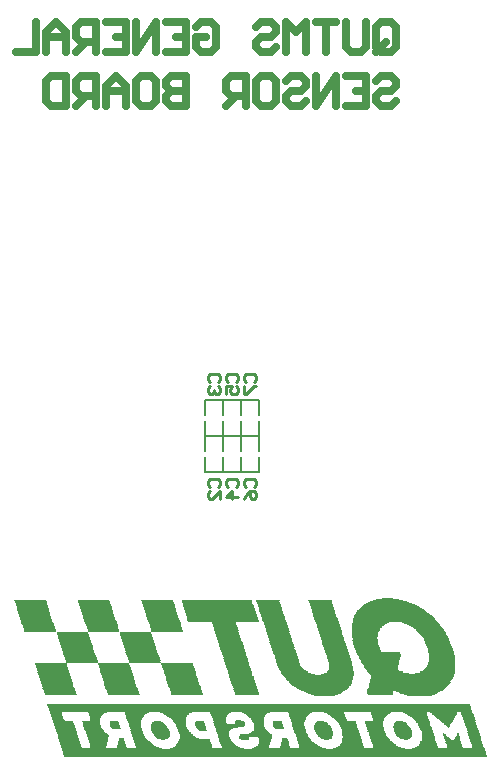
<source format=gbo>
G04*
G04 #@! TF.GenerationSoftware,Altium Limited,Altium Designer,20.1.14 (287)*
G04*
G04 Layer_Color=32896*
%FSLAX25Y25*%
%MOIN*%
G70*
G04*
G04 #@! TF.SameCoordinates,9EA74FF0-E2A0-47AC-9F38-8029312ED962*
G04*
G04*
G04 #@! TF.FilePolarity,Positive*
G04*
G01*
G75*
%ADD11C,0.01000*%
%ADD12C,0.00800*%
%ADD61C,0.02500*%
G36*
X459723Y194351D02*
X459898D01*
Y194176D01*
Y194001D01*
Y193826D01*
X460073D01*
Y193651D01*
Y193476D01*
Y193301D01*
X460248D01*
Y193126D01*
Y192951D01*
X460423D01*
Y192776D01*
Y192601D01*
Y192426D01*
Y192251D01*
X460598D01*
Y192076D01*
X460423D01*
Y191901D01*
Y191726D01*
X460773D01*
Y191551D01*
Y191376D01*
Y191201D01*
Y191026D01*
Y190851D01*
X460948D01*
Y190676D01*
Y190501D01*
Y190326D01*
X461123D01*
Y190151D01*
Y189976D01*
Y189801D01*
X461298D01*
Y189626D01*
Y189451D01*
Y189276D01*
X461473D01*
Y189101D01*
Y188926D01*
X461648D01*
Y188751D01*
Y188576D01*
Y188401D01*
X461823D01*
Y188226D01*
Y188051D01*
Y187876D01*
X461998D01*
Y187701D01*
Y187526D01*
X462173D01*
Y187351D01*
Y187176D01*
Y187001D01*
X462348D01*
Y186826D01*
Y186651D01*
Y186476D01*
Y186301D01*
X462523D01*
Y186126D01*
Y185951D01*
Y185776D01*
Y185601D01*
Y185426D01*
X462873D01*
Y185251D01*
X462698D01*
Y185076D01*
Y184901D01*
X462873D01*
Y184726D01*
Y184551D01*
Y184376D01*
X463048D01*
Y184201D01*
Y184026D01*
X463223D01*
Y183851D01*
X452548D01*
Y184026D01*
Y184201D01*
Y184376D01*
Y184551D01*
Y184726D01*
X452373D01*
Y184901D01*
Y185076D01*
X452198D01*
Y185251D01*
Y185426D01*
Y185601D01*
X452023D01*
Y185776D01*
Y185951D01*
Y186126D01*
Y186301D01*
X451848D01*
Y186476D01*
Y186651D01*
X451673D01*
Y186826D01*
Y187001D01*
Y187176D01*
X451498D01*
Y187351D01*
Y187526D01*
Y187701D01*
X451323D01*
Y187876D01*
Y188051D01*
Y188226D01*
X451148D01*
Y188401D01*
Y188576D01*
X450973D01*
Y188751D01*
Y188926D01*
Y189101D01*
X450798D01*
Y189276D01*
Y189451D01*
Y189626D01*
Y189801D01*
Y189976D01*
X450623D01*
Y190151D01*
Y190326D01*
Y190501D01*
X450448D01*
Y190676D01*
Y190851D01*
Y191026D01*
X450273D01*
Y191201D01*
Y191376D01*
Y191551D01*
X450098D01*
Y191726D01*
Y191901D01*
X449923D01*
Y192076D01*
Y192251D01*
Y192426D01*
Y192601D01*
X449748D01*
Y192776D01*
Y192951D01*
Y193126D01*
X449573D01*
Y193301D01*
Y193476D01*
Y193651D01*
X449398D01*
Y193826D01*
Y194001D01*
X449223D01*
Y194176D01*
Y194351D01*
Y194526D01*
X459723D01*
Y194351D01*
D02*
G37*
G36*
X438548D02*
Y194176D01*
X438723D01*
Y194001D01*
Y193826D01*
Y193651D01*
X438898D01*
Y193476D01*
Y193301D01*
Y193126D01*
X439073D01*
Y192951D01*
Y192776D01*
X439248D01*
Y192601D01*
Y192426D01*
Y192251D01*
X439423D01*
Y192076D01*
Y191901D01*
Y191726D01*
Y191551D01*
X439598D01*
Y191376D01*
Y191201D01*
Y191026D01*
X439773D01*
Y190851D01*
Y190676D01*
X439948D01*
Y190501D01*
Y190326D01*
Y190151D01*
Y189976D01*
Y189801D01*
X440298D01*
Y189626D01*
Y189451D01*
X440123D01*
Y189276D01*
X440298D01*
Y189101D01*
Y188926D01*
Y188751D01*
X440473D01*
Y188576D01*
Y188401D01*
Y188226D01*
X440648D01*
Y188051D01*
Y187876D01*
Y187701D01*
X440823D01*
Y187526D01*
Y187351D01*
X440998D01*
Y187176D01*
Y187001D01*
Y186826D01*
X441173D01*
Y186651D01*
Y186476D01*
Y186301D01*
X441348D01*
Y186126D01*
Y185951D01*
X441523D01*
Y185776D01*
Y185601D01*
Y185426D01*
Y185251D01*
Y185076D01*
Y184901D01*
Y184726D01*
X441873D01*
Y184551D01*
X441698D01*
Y184376D01*
X441873D01*
Y184201D01*
Y184026D01*
Y183851D01*
X452373D01*
Y183676D01*
Y183501D01*
X452548D01*
Y183326D01*
Y183151D01*
Y182976D01*
X452723D01*
Y182801D01*
Y182626D01*
X452898D01*
Y182451D01*
Y182276D01*
Y182101D01*
X453073D01*
Y181926D01*
Y181751D01*
Y181576D01*
X453248D01*
Y181401D01*
Y181226D01*
Y181051D01*
X453423D01*
Y180876D01*
Y180701D01*
Y180526D01*
X453598D01*
Y180351D01*
Y180176D01*
Y180001D01*
X453773D01*
Y179826D01*
Y179651D01*
Y179476D01*
Y179301D01*
Y179126D01*
X453948D01*
Y178951D01*
X454123D01*
Y178776D01*
X453948D01*
Y178601D01*
X454123D01*
Y178426D01*
Y178251D01*
Y178076D01*
X454298D01*
Y177901D01*
Y177726D01*
Y177551D01*
X454473D01*
Y177376D01*
Y177201D01*
X454648D01*
Y177026D01*
Y176851D01*
Y176676D01*
X454823D01*
Y176501D01*
Y176326D01*
Y176151D01*
X454998D01*
Y175976D01*
Y175801D01*
Y175626D01*
X455173D01*
Y175451D01*
Y175276D01*
X455348D01*
Y175101D01*
Y174926D01*
Y174751D01*
Y174575D01*
Y174400D01*
Y174225D01*
X455698D01*
Y174050D01*
X455523D01*
Y173875D01*
Y173700D01*
X455698D01*
Y173526D01*
Y173351D01*
X445198D01*
Y173526D01*
Y173700D01*
Y173875D01*
Y174050D01*
X445023D01*
Y174225D01*
Y174400D01*
X444848D01*
Y174575D01*
Y174751D01*
Y174926D01*
X444673D01*
Y175101D01*
Y175276D01*
Y175451D01*
X444498D01*
Y175626D01*
Y175801D01*
Y175976D01*
X444323D01*
Y176151D01*
Y176326D01*
Y176501D01*
X444148D01*
Y176676D01*
Y176851D01*
X443973D01*
Y177026D01*
X444148D01*
Y177201D01*
Y177376D01*
X443798D01*
Y177551D01*
Y177726D01*
Y177901D01*
Y178076D01*
Y178251D01*
X443623D01*
Y178426D01*
Y178601D01*
Y178776D01*
X443448D01*
Y178951D01*
Y179126D01*
Y179301D01*
X443273D01*
Y179476D01*
Y179651D01*
Y179826D01*
X443098D01*
Y180001D01*
Y180176D01*
Y180351D01*
X442923D01*
Y180526D01*
Y180701D01*
Y180876D01*
X442748D01*
Y181051D01*
Y181226D01*
Y181401D01*
X442573D01*
Y181576D01*
Y181751D01*
X442398D01*
Y181926D01*
Y182101D01*
Y182276D01*
X442223D01*
Y182451D01*
Y182626D01*
Y182801D01*
X442048D01*
Y182976D01*
Y183151D01*
Y183326D01*
Y183501D01*
Y183676D01*
X441698D01*
Y183851D01*
X431548D01*
Y183676D01*
Y183501D01*
Y183326D01*
Y183151D01*
Y182976D01*
X431723D01*
Y182801D01*
Y182626D01*
X431898D01*
Y182451D01*
Y182276D01*
Y182101D01*
X432073D01*
Y181926D01*
Y181751D01*
Y181576D01*
X432248D01*
Y181401D01*
Y181226D01*
Y181051D01*
X432423D01*
Y180876D01*
Y180701D01*
Y180526D01*
X432598D01*
Y180351D01*
Y180176D01*
X432773D01*
Y180001D01*
Y179826D01*
Y179651D01*
X432948D01*
Y179476D01*
X432773D01*
Y179301D01*
X433123D01*
Y179126D01*
Y178951D01*
Y178776D01*
Y178601D01*
Y178426D01*
Y178251D01*
Y178076D01*
X433298D01*
Y177901D01*
Y177726D01*
Y177551D01*
X433473D01*
Y177376D01*
Y177201D01*
X433648D01*
Y177026D01*
Y176851D01*
Y176676D01*
X433823D01*
Y176501D01*
Y176326D01*
Y176151D01*
X433998D01*
Y175976D01*
Y175801D01*
Y175626D01*
X434173D01*
Y175451D01*
Y175276D01*
X434348D01*
Y175101D01*
Y174926D01*
Y174751D01*
X434523D01*
Y174575D01*
Y174400D01*
Y174225D01*
X434698D01*
Y174050D01*
Y173875D01*
X434873D01*
Y173700D01*
Y173526D01*
Y173351D01*
X445198D01*
Y173176D01*
Y173001D01*
Y172826D01*
X445373D01*
Y172651D01*
Y172476D01*
Y172301D01*
X445548D01*
Y172125D01*
Y171950D01*
X445723D01*
Y171775D01*
Y171600D01*
Y171425D01*
X445898D01*
Y171250D01*
Y171075D01*
Y170900D01*
X446073D01*
Y170726D01*
Y170551D01*
X446248D01*
Y170376D01*
Y170201D01*
Y170026D01*
X446423D01*
Y169851D01*
Y169676D01*
Y169501D01*
X446598D01*
Y169325D01*
Y169150D01*
Y168975D01*
X446773D01*
Y168800D01*
X446598D01*
Y168625D01*
X446773D01*
Y168450D01*
X446948D01*
Y168275D01*
Y168100D01*
Y167925D01*
Y167750D01*
Y167575D01*
X447123D01*
Y167400D01*
Y167225D01*
Y167050D01*
Y166875D01*
X447298D01*
Y166700D01*
Y166525D01*
X447473D01*
Y166350D01*
Y166175D01*
Y166000D01*
X447648D01*
Y165825D01*
Y165650D01*
Y165475D01*
X447823D01*
Y165300D01*
Y165125D01*
X447998D01*
Y164950D01*
Y164775D01*
Y164600D01*
X448173D01*
Y164425D01*
Y164250D01*
Y164075D01*
X448348D01*
Y163900D01*
Y163725D01*
Y163550D01*
X448523D01*
Y163375D01*
Y163200D01*
X448698D01*
Y163025D01*
Y162850D01*
Y162675D01*
X438198D01*
Y162850D01*
X438023D01*
Y163025D01*
Y163200D01*
Y163375D01*
X437848D01*
Y163550D01*
Y163725D01*
Y163900D01*
X437673D01*
Y164075D01*
Y164250D01*
X437498D01*
Y164425D01*
Y164600D01*
Y164775D01*
X437323D01*
Y164950D01*
Y165125D01*
Y165300D01*
X437148D01*
Y165475D01*
Y165650D01*
X436973D01*
Y165825D01*
Y166000D01*
Y166175D01*
Y166350D01*
Y166525D01*
Y166700D01*
X436623D01*
Y166875D01*
X436798D01*
Y167050D01*
Y167225D01*
X436623D01*
Y167400D01*
Y167575D01*
Y167750D01*
X436448D01*
Y167925D01*
Y168100D01*
Y168275D01*
X436273D01*
Y168450D01*
Y168625D01*
Y168800D01*
X436098D01*
Y168975D01*
Y169150D01*
Y169325D01*
X435923D01*
Y169501D01*
Y169676D01*
X435748D01*
Y169851D01*
Y170026D01*
Y170201D01*
X435573D01*
Y170376D01*
Y170551D01*
Y170726D01*
X435398D01*
Y170900D01*
Y171075D01*
Y171250D01*
Y171425D01*
Y171600D01*
X435048D01*
Y171775D01*
X435223D01*
Y171950D01*
Y172125D01*
X435048D01*
Y172301D01*
Y172476D01*
Y172651D01*
X434873D01*
Y172826D01*
Y173001D01*
X434698D01*
Y173176D01*
Y173351D01*
X424372D01*
Y173176D01*
Y173001D01*
Y172826D01*
Y172651D01*
Y172476D01*
X424723D01*
Y172301D01*
X424547D01*
Y172125D01*
Y171950D01*
X424723D01*
Y171775D01*
Y171600D01*
Y171425D01*
X424898D01*
Y171250D01*
Y171075D01*
Y170900D01*
X425073D01*
Y170726D01*
Y170551D01*
X425248D01*
Y170376D01*
Y170201D01*
Y170026D01*
X425423D01*
Y169851D01*
Y169676D01*
Y169501D01*
X425598D01*
Y169325D01*
Y169150D01*
Y168975D01*
X425773D01*
Y168800D01*
Y168625D01*
Y168450D01*
X425948D01*
Y168275D01*
Y168100D01*
X426123D01*
Y167925D01*
Y167750D01*
Y167575D01*
X426298D01*
Y167400D01*
X426123D01*
Y167225D01*
Y167050D01*
X426473D01*
Y166875D01*
X426298D01*
Y166700D01*
X426473D01*
Y166525D01*
Y166350D01*
Y166175D01*
X426648D01*
Y166000D01*
Y165825D01*
Y165650D01*
Y165475D01*
X426823D01*
Y165300D01*
Y165125D01*
X426998D01*
Y164950D01*
Y164775D01*
Y164600D01*
X427173D01*
Y164425D01*
Y164250D01*
Y164075D01*
X427348D01*
Y163900D01*
Y163725D01*
Y163550D01*
X427523D01*
Y163375D01*
Y163200D01*
X427698D01*
Y163025D01*
Y162850D01*
Y162675D01*
X417197D01*
Y162850D01*
X417022D01*
Y163025D01*
Y163200D01*
Y163375D01*
X416847D01*
Y163550D01*
Y163725D01*
Y163900D01*
X416672D01*
Y164075D01*
Y164250D01*
X416497D01*
Y164425D01*
Y164600D01*
Y164775D01*
X416322D01*
Y164950D01*
X416497D01*
Y165125D01*
Y165300D01*
X416147D01*
Y165475D01*
Y165650D01*
Y165825D01*
Y166000D01*
Y166175D01*
Y166350D01*
X415972D01*
Y166525D01*
Y166700D01*
Y166875D01*
X415797D01*
Y167050D01*
Y167225D01*
X415622D01*
Y167400D01*
Y167575D01*
Y167750D01*
X415447D01*
Y167925D01*
Y168100D01*
Y168275D01*
X415272D01*
Y168450D01*
Y168625D01*
Y168800D01*
X415097D01*
Y168975D01*
Y169150D01*
Y169325D01*
X414922D01*
Y169501D01*
Y169676D01*
X414747D01*
Y169851D01*
Y170026D01*
Y170201D01*
X414572D01*
Y170376D01*
X414747D01*
Y170551D01*
X414572D01*
Y170726D01*
X414397D01*
Y170900D01*
Y171075D01*
Y171250D01*
Y171425D01*
Y171600D01*
X414047D01*
Y171775D01*
X414222D01*
Y171950D01*
Y172125D01*
Y172301D01*
X414047D01*
Y172476D01*
Y172651D01*
X413872D01*
Y172826D01*
Y173001D01*
Y173176D01*
X413697D01*
Y173351D01*
X424197D01*
Y173526D01*
Y173700D01*
Y173875D01*
Y174050D01*
X424022D01*
Y174225D01*
Y174400D01*
X423847D01*
Y174575D01*
Y174751D01*
Y174926D01*
X423672D01*
Y175101D01*
Y175276D01*
Y175451D01*
X423497D01*
Y175626D01*
Y175801D01*
Y175976D01*
X423322D01*
Y176151D01*
Y176326D01*
Y176501D01*
X423147D01*
Y176676D01*
Y176851D01*
Y177026D01*
Y177201D01*
Y177376D01*
X422797D01*
Y177551D01*
X422972D01*
Y177726D01*
X422797D01*
Y177901D01*
Y178076D01*
Y178251D01*
X422622D01*
Y178426D01*
Y178601D01*
Y178776D01*
Y178951D01*
X422447D01*
Y179126D01*
Y179301D01*
Y179476D01*
X422272D01*
Y179651D01*
Y179826D01*
X422097D01*
Y180001D01*
Y180176D01*
Y180351D01*
X421922D01*
Y180526D01*
Y180701D01*
Y180876D01*
X421747D01*
Y181051D01*
Y181226D01*
Y181401D01*
X421572D01*
Y181576D01*
Y181751D01*
Y181926D01*
Y182101D01*
Y182276D01*
X421222D01*
Y182451D01*
X421397D01*
Y182626D01*
Y182801D01*
X421222D01*
Y182976D01*
Y183151D01*
X421047D01*
Y183326D01*
Y183501D01*
Y183676D01*
X420872D01*
Y183851D01*
X410197D01*
Y184026D01*
Y184201D01*
Y184376D01*
X410022D01*
Y184551D01*
Y184726D01*
Y184901D01*
X409847D01*
Y185076D01*
Y185251D01*
Y185426D01*
X409672D01*
Y185601D01*
Y185776D01*
Y185951D01*
X409497D01*
Y186126D01*
Y186301D01*
Y186476D01*
X409322D01*
Y186651D01*
Y186826D01*
Y187001D01*
Y187176D01*
Y187351D01*
X408972D01*
Y187526D01*
X409147D01*
Y187701D01*
Y187876D01*
X408972D01*
Y188051D01*
Y188226D01*
X408797D01*
Y188401D01*
Y188576D01*
Y188751D01*
X408622D01*
Y188926D01*
Y189101D01*
Y189276D01*
X408447D01*
Y189451D01*
Y189626D01*
Y189801D01*
X408272D01*
Y189976D01*
Y190151D01*
Y190326D01*
X408097D01*
Y190501D01*
Y190676D01*
X407922D01*
Y190851D01*
Y191026D01*
Y191201D01*
Y191376D01*
X407747D01*
Y191551D01*
Y191726D01*
Y191901D01*
Y192076D01*
Y192251D01*
X407397D01*
Y192426D01*
X407572D01*
Y192601D01*
Y192776D01*
X407397D01*
Y192951D01*
Y193126D01*
Y193301D01*
X407222D01*
Y193476D01*
Y193651D01*
X407047D01*
Y193826D01*
Y194001D01*
Y194176D01*
X406872D01*
Y194351D01*
Y194526D01*
X417547D01*
Y194351D01*
Y194176D01*
Y194001D01*
X417722D01*
Y193826D01*
Y193651D01*
Y193476D01*
Y193301D01*
Y193126D01*
X417897D01*
Y192951D01*
Y192776D01*
Y192601D01*
X418072D01*
Y192426D01*
Y192251D01*
Y192076D01*
X418247D01*
Y191901D01*
Y191726D01*
Y191551D01*
X418422D01*
Y191376D01*
Y191201D01*
Y191026D01*
X418598D01*
Y190851D01*
Y190676D01*
Y190501D01*
X418773D01*
Y190326D01*
Y190151D01*
Y189976D01*
X418948D01*
Y189801D01*
Y189626D01*
Y189451D01*
Y189276D01*
Y189101D01*
X419298D01*
Y188926D01*
Y188751D01*
Y188576D01*
Y188401D01*
Y188226D01*
Y188051D01*
X419473D01*
Y187876D01*
Y187701D01*
X419648D01*
Y187526D01*
Y187351D01*
Y187176D01*
X419823D01*
Y187001D01*
Y186826D01*
Y186651D01*
X419998D01*
Y186476D01*
Y186301D01*
Y186126D01*
X420173D01*
Y185951D01*
Y185776D01*
X420347D01*
Y185601D01*
Y185426D01*
Y185251D01*
X420522D01*
Y185076D01*
Y184901D01*
Y184726D01*
Y184551D01*
X420697D01*
Y184376D01*
Y184201D01*
X420872D01*
Y184026D01*
Y183851D01*
X431373D01*
Y184026D01*
Y184201D01*
Y184376D01*
Y184551D01*
X431198D01*
Y184726D01*
Y184901D01*
X431023D01*
Y185076D01*
Y185251D01*
Y185426D01*
Y185601D01*
X430848D01*
Y185776D01*
Y185951D01*
Y186126D01*
X430673D01*
Y186301D01*
Y186476D01*
X430498D01*
Y186651D01*
Y186826D01*
Y187001D01*
X430323D01*
Y187176D01*
Y187351D01*
Y187526D01*
X430148D01*
Y187701D01*
X430323D01*
Y187876D01*
Y188051D01*
X429973D01*
Y188226D01*
Y188401D01*
Y188576D01*
Y188751D01*
Y188926D01*
X429798D01*
Y189101D01*
Y189276D01*
Y189451D01*
X429623D01*
Y189626D01*
Y189801D01*
Y189976D01*
X429448D01*
Y190151D01*
Y190326D01*
X429273D01*
Y190501D01*
Y190676D01*
Y190851D01*
X429098D01*
Y191026D01*
Y191201D01*
Y191376D01*
X428923D01*
Y191551D01*
Y191726D01*
Y191901D01*
X428748D01*
Y192076D01*
Y192251D01*
Y192426D01*
X428573D01*
Y192601D01*
Y192776D01*
Y192951D01*
X428398D01*
Y193126D01*
Y193301D01*
Y193476D01*
X428223D01*
Y193651D01*
Y193826D01*
Y194001D01*
Y194176D01*
Y194351D01*
X428048D01*
Y194526D01*
X438548D01*
Y194351D01*
D02*
G37*
G36*
X512749D02*
Y194176D01*
Y194001D01*
Y193826D01*
Y193651D01*
X512924D01*
Y193476D01*
Y193301D01*
Y193126D01*
X513099D01*
Y192951D01*
Y192776D01*
X513274D01*
Y192601D01*
Y192426D01*
Y192251D01*
Y192076D01*
X513449D01*
Y191901D01*
Y191726D01*
Y191551D01*
X513624D01*
Y191376D01*
Y191201D01*
Y191026D01*
X513799D01*
Y190851D01*
Y190676D01*
X513974D01*
Y190501D01*
Y190326D01*
Y190151D01*
Y189976D01*
Y189801D01*
X514324D01*
Y189626D01*
X514149D01*
Y189451D01*
Y189276D01*
X514324D01*
Y189101D01*
Y188926D01*
Y188751D01*
X514499D01*
Y188576D01*
Y188401D01*
Y188226D01*
X514674D01*
Y188051D01*
Y187876D01*
Y187701D01*
X514849D01*
Y187526D01*
Y187351D01*
X515024D01*
Y187176D01*
Y187001D01*
Y186826D01*
X515199D01*
Y186651D01*
Y186476D01*
Y186301D01*
X515374D01*
Y186126D01*
Y185951D01*
Y185776D01*
X515549D01*
Y185601D01*
Y185426D01*
Y185251D01*
X515724D01*
Y185076D01*
Y184901D01*
Y184726D01*
X515899D01*
Y184551D01*
X515724D01*
Y184376D01*
X516074D01*
Y184201D01*
Y184026D01*
Y183851D01*
Y183676D01*
Y183501D01*
Y183326D01*
X516249D01*
Y183151D01*
Y182976D01*
Y182801D01*
X516424D01*
Y182626D01*
Y182451D01*
X516599D01*
Y182276D01*
Y182101D01*
Y181926D01*
X516774D01*
Y181751D01*
Y181576D01*
Y181401D01*
X516949D01*
Y181226D01*
Y181051D01*
Y180876D01*
X517124D01*
Y180701D01*
Y180526D01*
X517299D01*
Y180351D01*
Y180176D01*
Y180001D01*
X517474D01*
Y179826D01*
Y179651D01*
Y179476D01*
Y179301D01*
X517649D01*
Y179126D01*
Y178951D01*
X517824D01*
Y178776D01*
Y178601D01*
Y178426D01*
Y178251D01*
Y178076D01*
Y177901D01*
X518174D01*
Y177726D01*
X517999D01*
Y177551D01*
X518174D01*
Y177376D01*
Y177201D01*
Y177026D01*
X518349D01*
Y176851D01*
Y176676D01*
Y176501D01*
X518524D01*
Y176326D01*
Y176151D01*
Y175976D01*
X518699D01*
Y175801D01*
Y175626D01*
X518874D01*
Y175451D01*
Y175276D01*
Y175101D01*
X519049D01*
Y174926D01*
Y174751D01*
Y174575D01*
X519224D01*
Y174400D01*
X519049D01*
Y174225D01*
X519224D01*
Y174050D01*
X519399D01*
Y173875D01*
Y173700D01*
Y173526D01*
Y173351D01*
Y173176D01*
Y173001D01*
X519574D01*
Y172826D01*
Y172651D01*
Y172476D01*
X519749D01*
Y172301D01*
Y172125D01*
Y171950D01*
Y171775D01*
X519924D01*
Y171600D01*
Y171425D01*
Y171250D01*
Y171075D01*
Y170900D01*
Y170726D01*
X520099D01*
Y170551D01*
Y170376D01*
Y170201D01*
Y170026D01*
Y169851D01*
Y169676D01*
Y169501D01*
Y169325D01*
Y169150D01*
Y168975D01*
X519924D01*
Y168800D01*
Y168625D01*
Y168450D01*
Y168275D01*
Y168100D01*
X519749D01*
Y167925D01*
Y167750D01*
Y167575D01*
X519574D01*
Y167400D01*
Y167225D01*
X519399D01*
Y167050D01*
Y166875D01*
Y166700D01*
Y166525D01*
X519049D01*
Y166350D01*
X519224D01*
Y166175D01*
X519049D01*
Y166000D01*
Y165825D01*
X518874D01*
Y165650D01*
X518524D01*
Y165475D01*
Y165300D01*
X518349D01*
Y165125D01*
X518174D01*
Y164950D01*
Y164775D01*
X517999D01*
Y164600D01*
X517824D01*
Y164425D01*
X517474D01*
Y164250D01*
X517299D01*
Y164075D01*
X517124D01*
Y163900D01*
X516599D01*
Y163725D01*
X516424D01*
Y163550D01*
X516074D01*
Y163375D01*
X515724D01*
Y163200D01*
X515374D01*
Y163025D01*
X514849D01*
Y162850D01*
X514324D01*
Y162675D01*
X513799D01*
Y162500D01*
X513099D01*
Y162325D01*
X507849D01*
Y162500D01*
X506974D01*
Y162675D01*
X506099D01*
Y162850D01*
X505749D01*
Y163025D01*
X505224D01*
Y163200D01*
X504699D01*
Y163375D01*
X504174D01*
Y163550D01*
X503649D01*
Y163725D01*
X503474D01*
Y163900D01*
X502774D01*
Y164075D01*
X502424D01*
Y164250D01*
X502074D01*
Y164425D01*
X501899D01*
Y164600D01*
X501549D01*
Y164775D01*
X501199D01*
Y164950D01*
X501024D01*
Y165125D01*
X500674D01*
Y165300D01*
X500499D01*
Y165475D01*
X500324D01*
Y165650D01*
X499799D01*
Y165825D01*
X499624D01*
Y166000D01*
X499449D01*
Y166175D01*
X499099D01*
Y166350D01*
Y166525D01*
X498749D01*
Y166700D01*
Y166875D01*
X498399D01*
Y167050D01*
Y167225D01*
X498049D01*
Y167400D01*
X497874D01*
Y167575D01*
Y167750D01*
X497524D01*
Y167925D01*
X497349D01*
Y168100D01*
Y168275D01*
X496999D01*
Y168450D01*
Y168625D01*
X496824D01*
Y168800D01*
Y168975D01*
X496474D01*
Y169150D01*
Y169325D01*
X496299D01*
Y169501D01*
X496124D01*
Y169676D01*
X495949D01*
Y169851D01*
Y170026D01*
X495774D01*
Y170201D01*
Y170376D01*
Y170551D01*
X495599D01*
Y170726D01*
X495424D01*
Y170900D01*
Y171075D01*
X495249D01*
Y171250D01*
Y171425D01*
X495074D01*
Y171600D01*
Y171775D01*
X494899D01*
Y171950D01*
Y172125D01*
X494724D01*
Y172301D01*
X494549D01*
Y172476D01*
Y172651D01*
Y172826D01*
X494374D01*
Y173001D01*
Y173176D01*
Y173351D01*
X494199D01*
Y173526D01*
Y173700D01*
Y173875D01*
X494024D01*
Y174050D01*
Y174225D01*
Y174400D01*
Y174575D01*
Y174751D01*
X493674D01*
Y174926D01*
X493849D01*
Y175101D01*
Y175276D01*
X493674D01*
Y175451D01*
Y175626D01*
Y175801D01*
Y175976D01*
X493499D01*
Y176151D01*
Y176326D01*
X493324D01*
Y176501D01*
Y176676D01*
Y176851D01*
X493149D01*
Y177026D01*
Y177201D01*
Y177376D01*
X492974D01*
Y177551D01*
Y177726D01*
X492799D01*
Y177901D01*
Y178076D01*
Y178251D01*
X492624D01*
Y178426D01*
Y178601D01*
Y178776D01*
X492449D01*
Y178951D01*
Y179126D01*
Y179301D01*
X492274D01*
Y179476D01*
Y179651D01*
Y179826D01*
Y180001D01*
Y180176D01*
X491924D01*
Y180351D01*
X492099D01*
Y180526D01*
Y180701D01*
X491924D01*
Y180876D01*
Y181051D01*
X491749D01*
Y181226D01*
Y181401D01*
Y181576D01*
X491574D01*
Y181751D01*
Y181926D01*
Y182101D01*
Y182276D01*
X491399D01*
Y182451D01*
Y182626D01*
Y182801D01*
X491224D01*
Y182976D01*
Y183151D01*
X491049D01*
Y183326D01*
Y183501D01*
Y183676D01*
X490874D01*
Y183851D01*
Y184026D01*
Y184201D01*
X490699D01*
Y184376D01*
Y184551D01*
Y184726D01*
Y184901D01*
Y185076D01*
X490524D01*
Y185251D01*
Y185426D01*
Y185601D01*
X490349D01*
Y185776D01*
Y185951D01*
Y186126D01*
X490174D01*
Y186301D01*
Y186476D01*
X489999D01*
Y186651D01*
Y186826D01*
Y187001D01*
X489824D01*
Y187176D01*
Y187351D01*
Y187526D01*
X489649D01*
Y187701D01*
Y187876D01*
Y188051D01*
X489474D01*
Y188226D01*
Y188401D01*
Y188576D01*
X489299D01*
Y188751D01*
Y188926D01*
Y189101D01*
X489124D01*
Y189276D01*
Y189451D01*
Y189626D01*
X488949D01*
Y189801D01*
Y189976D01*
Y190151D01*
Y190326D01*
Y190501D01*
X488599D01*
Y190676D01*
Y190851D01*
Y191026D01*
Y191201D01*
Y191376D01*
Y191551D01*
X488424D01*
Y191726D01*
Y191901D01*
X488249D01*
Y192076D01*
Y192251D01*
Y192426D01*
X488074D01*
Y192601D01*
Y192776D01*
Y192951D01*
X487899D01*
Y193126D01*
Y193301D01*
Y193476D01*
X487724D01*
Y193651D01*
Y193826D01*
X487549D01*
Y194001D01*
Y194176D01*
Y194351D01*
X487374D01*
Y194526D01*
X495074D01*
Y194351D01*
X495424D01*
Y194176D01*
X495249D01*
Y194001D01*
Y193826D01*
X495599D01*
Y193651D01*
X495424D01*
Y193476D01*
X495599D01*
Y193301D01*
Y193126D01*
Y192951D01*
X495774D01*
Y192776D01*
Y192601D01*
Y192426D01*
X495949D01*
Y192251D01*
Y192076D01*
Y191901D01*
X496124D01*
Y191726D01*
Y191551D01*
Y191376D01*
X496299D01*
Y191201D01*
Y191026D01*
Y190851D01*
X496474D01*
Y190676D01*
Y190501D01*
Y190326D01*
X496649D01*
Y190151D01*
Y189976D01*
Y189801D01*
X496824D01*
Y189626D01*
Y189451D01*
Y189276D01*
Y189101D01*
Y188926D01*
X497174D01*
Y188751D01*
X496999D01*
Y188576D01*
Y188401D01*
X497174D01*
Y188226D01*
Y188051D01*
Y187876D01*
X497349D01*
Y187701D01*
Y187526D01*
X497524D01*
Y187351D01*
Y187176D01*
Y187001D01*
X497699D01*
Y186826D01*
Y186651D01*
Y186476D01*
X497874D01*
Y186301D01*
Y186126D01*
Y185951D01*
X498049D01*
Y185776D01*
Y185601D01*
X498224D01*
Y185426D01*
Y185251D01*
Y185076D01*
Y184901D01*
X498399D01*
Y184726D01*
Y184551D01*
Y184376D01*
X498574D01*
Y184201D01*
Y184026D01*
X498749D01*
Y183851D01*
X498574D01*
Y183676D01*
Y183501D01*
X498924D01*
Y183326D01*
Y183151D01*
Y182976D01*
Y182801D01*
Y182626D01*
X499099D01*
Y182451D01*
Y182276D01*
Y182101D01*
X499274D01*
Y181926D01*
Y181751D01*
Y181576D01*
X499449D01*
Y181401D01*
Y181226D01*
Y181051D01*
X499624D01*
Y180876D01*
Y180701D01*
Y180526D01*
X499799D01*
Y180351D01*
Y180176D01*
X499974D01*
Y180001D01*
Y179826D01*
Y179651D01*
X500149D01*
Y179476D01*
Y179301D01*
Y179126D01*
Y178951D01*
Y178776D01*
Y178601D01*
X500499D01*
Y178426D01*
X500324D01*
Y178251D01*
Y178076D01*
X500499D01*
Y177901D01*
Y177726D01*
Y177551D01*
X500674D01*
Y177376D01*
Y177201D01*
X500849D01*
Y177026D01*
Y176851D01*
Y176676D01*
X501024D01*
Y176501D01*
Y176326D01*
Y176151D01*
X501199D01*
Y175976D01*
Y175801D01*
Y175626D01*
X501374D01*
Y175451D01*
Y175276D01*
X501549D01*
Y175101D01*
Y174926D01*
Y174751D01*
X501724D01*
Y174575D01*
Y174400D01*
Y174225D01*
X501899D01*
Y174050D01*
Y173875D01*
X502074D01*
Y173700D01*
X501899D01*
Y173526D01*
Y173351D01*
X502249D01*
Y173176D01*
Y173001D01*
Y172826D01*
Y172651D01*
Y172476D01*
X502424D01*
Y172301D01*
Y172125D01*
X502774D01*
Y171950D01*
X502949D01*
Y171775D01*
Y171600D01*
X503124D01*
Y171425D01*
X503299D01*
Y171250D01*
X503474D01*
Y171075D01*
X503824D01*
Y170900D01*
X503999D01*
Y170726D01*
X504174D01*
Y170551D01*
X504699D01*
Y170376D01*
X504874D01*
Y170201D01*
X505399D01*
Y170026D01*
X505924D01*
Y169851D01*
X506274D01*
Y169676D01*
X507149D01*
Y169501D01*
X509074D01*
Y169676D01*
X509774D01*
Y169851D01*
X510299D01*
Y170026D01*
X510649D01*
Y170201D01*
X510999D01*
Y170376D01*
X511174D01*
Y170551D01*
X511349D01*
Y170726D01*
X511524D01*
Y170900D01*
Y171075D01*
X511699D01*
Y171250D01*
Y171425D01*
X511874D01*
Y171600D01*
Y171775D01*
Y171950D01*
Y172125D01*
Y172301D01*
Y172476D01*
Y172651D01*
Y172826D01*
Y173001D01*
Y173176D01*
X511699D01*
Y173351D01*
Y173526D01*
Y173700D01*
X511524D01*
Y173875D01*
Y174050D01*
Y174225D01*
X511349D01*
Y174400D01*
Y174575D01*
X511174D01*
Y174751D01*
Y174926D01*
Y175101D01*
Y175276D01*
Y175451D01*
Y175626D01*
X510999D01*
Y175801D01*
Y175976D01*
Y176151D01*
X510824D01*
Y176326D01*
Y176501D01*
Y176676D01*
X510649D01*
Y176851D01*
Y177026D01*
Y177201D01*
X510474D01*
Y177376D01*
Y177551D01*
Y177726D01*
X510299D01*
Y177901D01*
Y178076D01*
X510124D01*
Y178251D01*
Y178426D01*
Y178601D01*
X509949D01*
Y178776D01*
Y178951D01*
Y179126D01*
X509774D01*
Y179301D01*
X509949D01*
Y179476D01*
X509599D01*
Y179651D01*
Y179826D01*
Y180001D01*
Y180176D01*
Y180351D01*
Y180526D01*
X509424D01*
Y180701D01*
Y180876D01*
Y181051D01*
X509074D01*
Y181226D01*
X509249D01*
Y181401D01*
X509074D01*
Y181576D01*
Y181751D01*
Y181926D01*
X508899D01*
Y182101D01*
Y182276D01*
Y182451D01*
X508724D01*
Y182626D01*
Y182801D01*
Y182976D01*
Y183151D01*
X508549D01*
Y183326D01*
Y183501D01*
X508374D01*
Y183676D01*
Y183851D01*
Y184026D01*
X508199D01*
Y184201D01*
Y184376D01*
Y184551D01*
X508024D01*
Y184726D01*
Y184901D01*
X507849D01*
Y185076D01*
Y185251D01*
Y185426D01*
Y185601D01*
Y185776D01*
Y185951D01*
X507499D01*
Y186126D01*
X507674D01*
Y186301D01*
Y186476D01*
X507499D01*
Y186651D01*
Y186826D01*
Y187001D01*
X507324D01*
Y187176D01*
Y187351D01*
X507149D01*
Y187526D01*
Y187701D01*
Y187876D01*
X506974D01*
Y188051D01*
Y188226D01*
X506799D01*
Y188401D01*
Y188576D01*
Y188751D01*
X506624D01*
Y188926D01*
Y189101D01*
Y189276D01*
Y189451D01*
X506449D01*
Y189626D01*
Y189801D01*
Y189976D01*
X506274D01*
Y190151D01*
Y190326D01*
X506099D01*
Y190501D01*
Y190676D01*
Y190851D01*
Y191026D01*
Y191201D01*
Y191376D01*
X505749D01*
Y191551D01*
X505924D01*
Y191726D01*
X505749D01*
Y191901D01*
Y192076D01*
Y192251D01*
X505574D01*
Y192426D01*
Y192601D01*
Y192776D01*
X505399D01*
Y192951D01*
Y193126D01*
Y193301D01*
X505224D01*
Y193476D01*
Y193651D01*
X505049D01*
Y193826D01*
Y194001D01*
Y194176D01*
X504874D01*
Y194351D01*
Y194526D01*
X512749D01*
Y194351D01*
D02*
G37*
G36*
X486149D02*
Y194176D01*
X486324D01*
Y194001D01*
Y193826D01*
Y193651D01*
Y193476D01*
Y193301D01*
Y193126D01*
X486674D01*
Y192951D01*
X486499D01*
Y192776D01*
Y192601D01*
X486674D01*
Y192426D01*
Y192251D01*
Y192076D01*
X486849D01*
Y191901D01*
Y191726D01*
Y191551D01*
X487024D01*
Y191376D01*
Y191201D01*
X487199D01*
Y191026D01*
Y190851D01*
Y190676D01*
X487374D01*
Y190501D01*
Y190326D01*
Y190151D01*
X487549D01*
Y189976D01*
Y189801D01*
X487724D01*
Y189626D01*
Y189451D01*
Y189276D01*
X487899D01*
Y189101D01*
Y188926D01*
Y188751D01*
X488074D01*
Y188576D01*
Y188401D01*
Y188226D01*
X488249D01*
Y188051D01*
X488074D01*
Y187876D01*
Y187701D01*
X488424D01*
Y187526D01*
Y187351D01*
Y187176D01*
X480724D01*
Y187001D01*
Y186826D01*
Y186651D01*
X480899D01*
Y186476D01*
Y186301D01*
Y186126D01*
X481074D01*
Y185951D01*
Y185776D01*
X481249D01*
Y185601D01*
Y185426D01*
Y185251D01*
X481424D01*
Y185076D01*
Y184901D01*
Y184726D01*
Y184551D01*
Y184376D01*
X481774D01*
Y184201D01*
X481599D01*
Y184026D01*
Y183851D01*
X481774D01*
Y183676D01*
Y183501D01*
Y183326D01*
X481949D01*
Y183151D01*
Y182976D01*
Y182801D01*
Y182626D01*
X482124D01*
Y182451D01*
Y182276D01*
X482299D01*
Y182101D01*
Y181926D01*
Y181751D01*
X482474D01*
Y181576D01*
Y181401D01*
Y181226D01*
X482649D01*
Y181051D01*
Y180876D01*
X482824D01*
Y180701D01*
Y180526D01*
Y180351D01*
X482999D01*
Y180176D01*
Y180001D01*
Y179826D01*
Y179651D01*
Y179476D01*
Y179301D01*
X483349D01*
Y179126D01*
X483174D01*
Y178951D01*
X483349D01*
Y178776D01*
Y178601D01*
Y178426D01*
X483524D01*
Y178251D01*
Y178076D01*
Y177901D01*
X483699D01*
Y177726D01*
Y177551D01*
Y177376D01*
X483874D01*
Y177201D01*
Y177026D01*
X484049D01*
Y176851D01*
Y176676D01*
Y176501D01*
X484224D01*
Y176326D01*
Y176151D01*
Y175976D01*
Y175801D01*
X484399D01*
Y175626D01*
Y175451D01*
X484574D01*
Y175276D01*
Y175101D01*
Y174926D01*
X484749D01*
Y174751D01*
Y174575D01*
Y174400D01*
Y174225D01*
Y174050D01*
Y173875D01*
X485099D01*
Y173700D01*
Y173526D01*
Y173351D01*
Y173176D01*
Y173001D01*
X485274D01*
Y172826D01*
Y172651D01*
Y172476D01*
X485449D01*
Y172301D01*
Y172125D01*
X485624D01*
Y171950D01*
Y171775D01*
Y171600D01*
X485799D01*
Y171425D01*
Y171250D01*
Y171075D01*
X485974D01*
Y170900D01*
Y170726D01*
Y170551D01*
X486149D01*
Y170376D01*
Y170201D01*
X486324D01*
Y170026D01*
Y169851D01*
Y169676D01*
Y169501D01*
X486499D01*
Y169325D01*
X486324D01*
Y169150D01*
Y168975D01*
X486674D01*
Y168800D01*
X486499D01*
Y168625D01*
X486674D01*
Y168450D01*
Y168275D01*
Y168100D01*
X486849D01*
Y167925D01*
Y167750D01*
Y167575D01*
X487024D01*
Y167400D01*
Y167225D01*
Y167050D01*
X487199D01*
Y166875D01*
Y166700D01*
X487374D01*
Y166525D01*
Y166350D01*
Y166175D01*
X487549D01*
Y166000D01*
Y165825D01*
Y165650D01*
X487724D01*
Y165475D01*
Y165300D01*
Y165125D01*
X487899D01*
Y164950D01*
Y164775D01*
X488074D01*
Y164600D01*
Y164425D01*
Y164250D01*
X488249D01*
Y164075D01*
X488074D01*
Y163900D01*
Y163725D01*
X488424D01*
Y163550D01*
Y163375D01*
Y163200D01*
Y163025D01*
Y162850D01*
X488599D01*
Y162675D01*
X480549D01*
Y162850D01*
Y163025D01*
X480374D01*
Y163200D01*
Y163375D01*
Y163550D01*
X480199D01*
Y163725D01*
Y163900D01*
Y164075D01*
Y164250D01*
Y164425D01*
X479849D01*
Y164600D01*
X480024D01*
Y164775D01*
Y164950D01*
X479849D01*
Y165125D01*
Y165300D01*
Y165475D01*
X479674D01*
Y165650D01*
Y165825D01*
X479499D01*
Y166000D01*
Y166175D01*
Y166350D01*
X479324D01*
Y166525D01*
Y166700D01*
Y166875D01*
X479149D01*
Y167050D01*
Y167225D01*
Y167400D01*
X478974D01*
Y167575D01*
Y167750D01*
Y167925D01*
X478799D01*
Y168100D01*
Y168275D01*
Y168450D01*
X478624D01*
Y168625D01*
Y168800D01*
Y168975D01*
X478449D01*
Y169150D01*
Y169325D01*
Y169501D01*
Y169676D01*
Y169851D01*
X478098D01*
Y170026D01*
X478274D01*
Y170201D01*
Y170376D01*
X478098D01*
Y170551D01*
Y170726D01*
Y170900D01*
X477923D01*
Y171075D01*
Y171250D01*
X477748D01*
Y171425D01*
Y171600D01*
Y171775D01*
X477573D01*
Y171950D01*
Y172125D01*
Y172301D01*
X477398D01*
Y172476D01*
Y172651D01*
X477223D01*
Y172826D01*
Y173001D01*
Y173176D01*
Y173351D01*
X477048D01*
Y173526D01*
Y173700D01*
Y173875D01*
X476873D01*
Y174050D01*
Y174225D01*
Y174400D01*
Y174575D01*
Y174751D01*
X476523D01*
Y174926D01*
X476698D01*
Y175101D01*
Y175276D01*
X476523D01*
Y175451D01*
Y175626D01*
Y175801D01*
X476348D01*
Y175976D01*
Y176151D01*
X476173D01*
Y176326D01*
Y176501D01*
Y176676D01*
X475998D01*
Y176851D01*
Y177026D01*
Y177201D01*
X475823D01*
Y177376D01*
Y177551D01*
Y177726D01*
X475648D01*
Y177901D01*
Y178076D01*
X475473D01*
Y178251D01*
Y178426D01*
Y178601D01*
X475299D01*
Y178776D01*
Y178951D01*
Y179126D01*
X475124D01*
Y179301D01*
Y179476D01*
Y179651D01*
Y179826D01*
Y180001D01*
Y180176D01*
X474774D01*
Y180351D01*
Y180526D01*
Y180701D01*
Y180876D01*
Y181051D01*
X474599D01*
Y181226D01*
Y181401D01*
Y181576D01*
X474424D01*
Y181751D01*
Y181926D01*
Y182101D01*
X474249D01*
Y182276D01*
Y182451D01*
Y182626D01*
X474074D01*
Y182801D01*
Y182976D01*
Y183151D01*
X473899D01*
Y183326D01*
Y183501D01*
X473724D01*
Y183676D01*
Y183851D01*
Y184026D01*
X473549D01*
Y184201D01*
Y184376D01*
Y184551D01*
Y184726D01*
Y184901D01*
X473199D01*
Y185076D01*
X473374D01*
Y185251D01*
Y185426D01*
X473024D01*
Y185601D01*
Y185776D01*
Y185951D01*
Y186126D01*
Y186301D01*
Y186476D01*
X472849D01*
Y186651D01*
Y186826D01*
Y187001D01*
X472673D01*
Y187176D01*
X464798D01*
Y187351D01*
Y187526D01*
X464623D01*
Y187701D01*
Y187876D01*
Y188051D01*
Y188226D01*
Y188401D01*
X464448D01*
Y188576D01*
Y188751D01*
Y188926D01*
Y189101D01*
X464273D01*
Y189276D01*
Y189451D01*
Y189626D01*
X464098D01*
Y189801D01*
Y189976D01*
X463923D01*
Y190151D01*
Y190326D01*
Y190501D01*
X463748D01*
Y190676D01*
Y190851D01*
Y191026D01*
X463573D01*
Y191201D01*
Y191376D01*
Y191551D01*
X463398D01*
Y191726D01*
Y191901D01*
X463223D01*
Y192076D01*
Y192251D01*
Y192426D01*
X463048D01*
Y192601D01*
Y192776D01*
Y192951D01*
Y193126D01*
Y193301D01*
Y193476D01*
X462873D01*
Y193651D01*
Y193826D01*
X462698D01*
Y194001D01*
Y194176D01*
Y194351D01*
X462523D01*
Y194526D01*
X486149D01*
Y194351D01*
D02*
G37*
G36*
X466373Y173176D02*
Y173001D01*
X466548D01*
Y172826D01*
Y172651D01*
Y172476D01*
X466723D01*
Y172301D01*
Y172125D01*
X466898D01*
Y171950D01*
Y171775D01*
Y171600D01*
X467073D01*
Y171425D01*
Y171250D01*
Y171075D01*
X467248D01*
Y170900D01*
Y170726D01*
Y170551D01*
X467423D01*
Y170376D01*
Y170201D01*
X467598D01*
Y170026D01*
Y169851D01*
Y169676D01*
Y169501D01*
Y169325D01*
Y169150D01*
X467948D01*
Y168975D01*
X467773D01*
Y168800D01*
X467948D01*
Y168625D01*
Y168450D01*
Y168275D01*
X468123D01*
Y168100D01*
Y167925D01*
Y167750D01*
Y167575D01*
X468298D01*
Y167400D01*
Y167225D01*
Y167050D01*
X468473D01*
Y166875D01*
Y166700D01*
X468648D01*
Y166525D01*
Y166350D01*
Y166175D01*
X468823D01*
Y166000D01*
Y165825D01*
Y165650D01*
X468998D01*
Y165475D01*
Y165300D01*
Y165125D01*
X469173D01*
Y164950D01*
Y164775D01*
Y164600D01*
Y164425D01*
Y164250D01*
X469523D01*
Y164075D01*
X469348D01*
Y163900D01*
Y163725D01*
X469523D01*
Y163550D01*
Y163375D01*
X469698D01*
Y163200D01*
Y163025D01*
Y162850D01*
X469873D01*
Y162675D01*
X459198D01*
Y162850D01*
Y163025D01*
Y163200D01*
Y163375D01*
Y163550D01*
X459023D01*
Y163725D01*
Y163900D01*
X458848D01*
Y164075D01*
Y164250D01*
Y164425D01*
X458673D01*
Y164600D01*
Y164775D01*
Y164950D01*
X458498D01*
Y165125D01*
Y165300D01*
Y165475D01*
X458323D01*
Y165650D01*
Y165825D01*
X458148D01*
Y166000D01*
Y166175D01*
Y166350D01*
X457973D01*
Y166525D01*
Y166700D01*
Y166875D01*
X457798D01*
Y167050D01*
X457973D01*
Y167225D01*
X457623D01*
Y167400D01*
Y167575D01*
Y167750D01*
Y167925D01*
Y168100D01*
Y168275D01*
Y168450D01*
X457448D01*
Y168625D01*
Y168800D01*
Y168975D01*
X457273D01*
Y169150D01*
Y169325D01*
X457098D01*
Y169501D01*
Y169676D01*
Y169851D01*
X456923D01*
Y170026D01*
Y170201D01*
Y170376D01*
X456748D01*
Y170551D01*
Y170726D01*
Y170900D01*
X456573D01*
Y171075D01*
Y171250D01*
X456398D01*
Y171425D01*
Y171600D01*
Y171775D01*
X456223D01*
Y171950D01*
Y172125D01*
Y172301D01*
X456048D01*
Y172476D01*
Y172651D01*
X455873D01*
Y172826D01*
Y173001D01*
Y173176D01*
Y173351D01*
X466373D01*
Y173176D01*
D02*
G37*
G36*
X533225Y194876D02*
Y194701D01*
X535325D01*
Y194526D01*
X536025D01*
Y194351D01*
X536550D01*
Y194176D01*
X537075D01*
Y194001D01*
X537775D01*
Y193826D01*
X538125D01*
Y193651D01*
X538650D01*
Y193476D01*
X539175D01*
Y193301D01*
X539350D01*
Y193126D01*
X540050D01*
Y192951D01*
X540400D01*
Y192776D01*
X540750D01*
Y192601D01*
X541100D01*
Y192426D01*
X541450D01*
Y192251D01*
X541800D01*
Y192076D01*
X542150D01*
Y191901D01*
X542325D01*
Y191726D01*
X542675D01*
Y191551D01*
X542850D01*
Y191376D01*
X543375D01*
Y191201D01*
Y191026D01*
X543725D01*
Y190851D01*
X544075D01*
Y190676D01*
X544250D01*
Y190501D01*
X544425D01*
Y190326D01*
X544600D01*
Y190151D01*
X544950D01*
Y189976D01*
X545125D01*
Y189801D01*
X545475D01*
Y189626D01*
Y189451D01*
X545825D01*
Y189276D01*
X546000D01*
Y189101D01*
X546175D01*
Y188926D01*
X546350D01*
Y188751D01*
X546525D01*
Y188576D01*
X546700D01*
Y188401D01*
X546875D01*
Y188226D01*
X547050D01*
Y188051D01*
X547225D01*
Y187876D01*
X547400D01*
Y187701D01*
X547575D01*
Y187526D01*
X547750D01*
Y187351D01*
X547925D01*
Y187176D01*
X548100D01*
Y187001D01*
X548275D01*
Y186826D01*
X548450D01*
Y186651D01*
Y186476D01*
X548625D01*
Y186301D01*
X548800D01*
Y186126D01*
X548975D01*
Y185951D01*
Y185776D01*
X549150D01*
Y185601D01*
X549325D01*
Y185426D01*
X549500D01*
Y185251D01*
Y185076D01*
X549675D01*
Y184901D01*
X549850D01*
Y184726D01*
Y184551D01*
X550025D01*
Y184376D01*
X550200D01*
Y184201D01*
X550375D01*
Y184026D01*
Y183851D01*
Y183676D01*
X550725D01*
Y183501D01*
X550900D01*
Y183326D01*
X550725D01*
Y183151D01*
X550900D01*
Y182976D01*
Y182801D01*
X551075D01*
Y182626D01*
X551250D01*
Y182451D01*
Y182276D01*
X551425D01*
Y182101D01*
Y181926D01*
X551600D01*
Y181751D01*
Y181576D01*
X551775D01*
Y181401D01*
Y181226D01*
X551950D01*
Y181051D01*
Y180876D01*
X552125D01*
Y180701D01*
Y180526D01*
Y180351D01*
Y180176D01*
X552475D01*
Y180001D01*
X552300D01*
Y179826D01*
X552475D01*
Y179651D01*
Y179476D01*
Y179301D01*
X552650D01*
Y179126D01*
Y178951D01*
X552825D01*
Y178776D01*
Y178601D01*
Y178426D01*
X553000D01*
Y178251D01*
Y178076D01*
Y177901D01*
X553175D01*
Y177726D01*
Y177551D01*
Y177376D01*
X553350D01*
Y177201D01*
Y177026D01*
Y176851D01*
X553525D01*
Y176676D01*
Y176501D01*
Y176326D01*
Y176151D01*
Y175976D01*
X553700D01*
Y175801D01*
Y175626D01*
Y175451D01*
Y175276D01*
X553875D01*
Y175101D01*
Y174926D01*
Y174751D01*
Y174575D01*
Y174400D01*
Y174225D01*
Y174050D01*
Y173875D01*
Y173700D01*
Y173526D01*
Y173351D01*
Y173176D01*
Y173001D01*
Y172826D01*
Y172651D01*
Y172476D01*
Y172301D01*
Y172125D01*
Y171950D01*
Y171775D01*
Y171600D01*
Y171425D01*
Y171250D01*
Y171075D01*
Y170900D01*
Y170726D01*
Y170551D01*
X553700D01*
Y170376D01*
Y170201D01*
Y170026D01*
Y169851D01*
X553525D01*
Y169676D01*
Y169501D01*
Y169325D01*
X553350D01*
Y169150D01*
Y168975D01*
Y168800D01*
X553175D01*
Y168625D01*
Y168450D01*
X553000D01*
Y168275D01*
Y168100D01*
Y167925D01*
X552825D01*
Y167750D01*
Y167575D01*
X552650D01*
Y167400D01*
X552475D01*
Y167225D01*
X552300D01*
Y167050D01*
X552475D01*
Y166875D01*
X552300D01*
Y166700D01*
X552125D01*
Y166525D01*
Y166350D01*
X551950D01*
Y166175D01*
X551775D01*
Y166000D01*
X551600D01*
Y165825D01*
X551425D01*
Y165650D01*
X551250D01*
Y165475D01*
X551075D01*
Y165300D01*
X550900D01*
Y165125D01*
X550725D01*
Y164950D01*
X550375D01*
Y164775D01*
Y164600D01*
X550025D01*
Y164425D01*
X549850D01*
Y164250D01*
X549675D01*
Y164075D01*
X549325D01*
Y163900D01*
X548975D01*
Y163725D01*
X548625D01*
Y163550D01*
X548275D01*
Y163375D01*
X547750D01*
Y163200D01*
X547400D01*
Y163025D01*
X547050D01*
Y162850D01*
X546525D01*
Y162675D01*
X546000D01*
Y162500D01*
X545300D01*
Y162325D01*
X538825D01*
Y162500D01*
X537950D01*
Y162675D01*
X537075D01*
Y162850D01*
X536725D01*
Y163025D01*
X536025D01*
Y163200D01*
X535500D01*
Y163375D01*
X535150D01*
Y163550D01*
X534625D01*
Y163725D01*
X534275D01*
Y163900D01*
X533225D01*
Y163725D01*
Y163550D01*
Y163375D01*
Y163200D01*
Y163025D01*
Y162850D01*
X533050D01*
Y162675D01*
X524649D01*
Y162850D01*
X524824D01*
Y163025D01*
X524649D01*
Y163200D01*
Y163375D01*
Y163550D01*
X524474D01*
Y163725D01*
Y163900D01*
X524649D01*
Y164075D01*
Y164250D01*
Y164425D01*
Y164600D01*
X524824D01*
Y164775D01*
Y164950D01*
Y165125D01*
X524999D01*
Y165300D01*
Y165475D01*
Y165650D01*
Y165825D01*
Y166000D01*
Y166175D01*
X525174D01*
Y166350D01*
Y166525D01*
Y166700D01*
X525349D01*
Y166875D01*
Y167050D01*
Y167225D01*
X525524D01*
Y167400D01*
Y167575D01*
Y167750D01*
Y167925D01*
X525699D01*
Y168100D01*
Y168275D01*
Y168450D01*
X525874D01*
Y168625D01*
Y168800D01*
Y168975D01*
Y169150D01*
Y169325D01*
X525699D01*
Y169501D01*
X525524D01*
Y169676D01*
X525349D01*
Y169851D01*
X525174D01*
Y170026D01*
X524999D01*
Y170201D01*
X524824D01*
Y170376D01*
X524649D01*
Y170551D01*
X524824D01*
Y170726D01*
X524474D01*
Y170900D01*
X524299D01*
Y171075D01*
X524124D01*
Y171250D01*
Y171425D01*
X523949D01*
Y171600D01*
X523774D01*
Y171775D01*
X523599D01*
Y171950D01*
Y172125D01*
X523424D01*
Y172301D01*
Y172476D01*
Y172651D01*
X522899D01*
Y172826D01*
X523074D01*
Y173001D01*
X522899D01*
Y173176D01*
Y173351D01*
X522549D01*
Y173526D01*
Y173700D01*
Y173875D01*
X522374D01*
Y174050D01*
Y174225D01*
X522199D01*
Y174400D01*
X522024D01*
Y174575D01*
X521849D01*
Y174751D01*
Y174926D01*
X521674D01*
Y175101D01*
Y175276D01*
Y175451D01*
Y175626D01*
X521324D01*
Y175801D01*
X521499D01*
Y175976D01*
Y176151D01*
X521324D01*
Y176326D01*
X521149D01*
Y176501D01*
Y176676D01*
X520974D01*
Y176851D01*
Y177026D01*
Y177201D01*
X520799D01*
Y177376D01*
Y177551D01*
X520624D01*
Y177726D01*
Y177901D01*
X520449D01*
Y178076D01*
Y178251D01*
Y178426D01*
X520274D01*
Y178601D01*
Y178776D01*
Y178951D01*
X520099D01*
Y179126D01*
Y179301D01*
Y179476D01*
X519924D01*
Y179651D01*
Y179826D01*
Y180001D01*
Y180176D01*
Y180351D01*
Y180526D01*
Y180701D01*
Y180876D01*
X519574D01*
Y181051D01*
X519749D01*
Y181226D01*
Y181401D01*
Y181576D01*
X519574D01*
Y181751D01*
Y181926D01*
Y182101D01*
Y182276D01*
Y182451D01*
Y182626D01*
Y182801D01*
Y182976D01*
X519399D01*
Y183151D01*
Y183326D01*
Y183501D01*
Y183676D01*
Y183851D01*
Y184026D01*
Y184201D01*
Y184376D01*
Y184551D01*
Y184726D01*
Y184901D01*
Y185076D01*
Y185251D01*
Y185426D01*
Y185601D01*
Y185776D01*
X519574D01*
Y185951D01*
Y186126D01*
Y186301D01*
Y186476D01*
Y186651D01*
Y186826D01*
X519749D01*
Y187001D01*
Y187176D01*
Y187351D01*
X519574D01*
Y187526D01*
X519924D01*
Y187701D01*
Y187876D01*
Y188051D01*
Y188226D01*
Y188401D01*
X520099D01*
Y188576D01*
Y188751D01*
X520274D01*
Y188926D01*
Y189101D01*
Y189276D01*
X520449D01*
Y189451D01*
X520624D01*
Y189626D01*
Y189801D01*
X520799D01*
Y189976D01*
X520974D01*
Y190151D01*
Y190326D01*
Y190501D01*
X521324D01*
Y190676D01*
X521499D01*
Y190851D01*
X521324D01*
Y191026D01*
X521674D01*
Y191201D01*
Y191376D01*
X522024D01*
Y191551D01*
X522199D01*
Y191726D01*
X522374D01*
Y191901D01*
X522549D01*
Y192076D01*
X522724D01*
Y192251D01*
X522899D01*
Y192426D01*
X523074D01*
Y192601D01*
X523424D01*
Y192776D01*
Y192951D01*
X523774D01*
Y193126D01*
X524299D01*
Y193301D01*
X524474D01*
Y193476D01*
X524824D01*
Y193651D01*
X525174D01*
Y193826D01*
X525524D01*
Y194001D01*
X526049D01*
Y194176D01*
X526399D01*
Y194351D01*
X527099D01*
Y194526D01*
X527625D01*
Y194701D01*
X529375D01*
Y194876D01*
Y195051D01*
X533225D01*
Y194876D01*
D02*
G37*
G36*
X558950Y159525D02*
X558775D01*
Y159350D01*
Y159175D01*
X559125D01*
Y159000D01*
Y158825D01*
Y158650D01*
X559300D01*
Y158475D01*
Y158300D01*
Y158125D01*
Y157950D01*
Y157775D01*
X559475D01*
Y157600D01*
Y157425D01*
Y157250D01*
X559650D01*
Y157075D01*
Y156900D01*
Y156725D01*
X559825D01*
Y156550D01*
Y156375D01*
X560000D01*
Y156200D01*
Y156025D01*
Y155850D01*
X560175D01*
Y155675D01*
Y155500D01*
Y155325D01*
X560350D01*
Y155150D01*
Y154975D01*
Y154800D01*
X560525D01*
Y154625D01*
Y154450D01*
Y154275D01*
X560700D01*
Y154100D01*
X560525D01*
Y153925D01*
Y153750D01*
X560875D01*
Y153575D01*
Y153400D01*
Y153225D01*
Y153050D01*
Y152875D01*
X561050D01*
Y152700D01*
Y152525D01*
Y152350D01*
X561225D01*
Y152175D01*
Y152000D01*
Y151825D01*
X561400D01*
Y151650D01*
Y151475D01*
Y151300D01*
X561575D01*
Y151125D01*
Y150950D01*
X561750D01*
Y150775D01*
Y150600D01*
Y150425D01*
X561925D01*
Y150250D01*
Y150075D01*
Y149900D01*
X562100D01*
Y149725D01*
Y149550D01*
X562275D01*
Y149375D01*
Y149200D01*
Y149025D01*
X562450D01*
Y148850D01*
Y148675D01*
Y148500D01*
X562625D01*
Y148325D01*
Y148150D01*
Y147975D01*
Y147800D01*
Y147625D01*
Y147450D01*
X562800D01*
Y147275D01*
Y147100D01*
Y146925D01*
X562975D01*
Y146750D01*
Y146575D01*
Y146400D01*
X563150D01*
Y146225D01*
Y146050D01*
Y145875D01*
X563325D01*
Y145700D01*
Y145525D01*
X563500D01*
Y145350D01*
Y145175D01*
Y145000D01*
X563675D01*
Y144825D01*
Y144650D01*
Y144475D01*
X563850D01*
Y144300D01*
Y144125D01*
X564025D01*
Y143950D01*
Y143775D01*
Y143600D01*
X564200D01*
Y143425D01*
Y143250D01*
Y143075D01*
Y142900D01*
Y142725D01*
Y142550D01*
X564550D01*
Y142375D01*
Y142200D01*
X423497D01*
Y142375D01*
Y142550D01*
Y142725D01*
X423322D01*
Y142900D01*
Y143075D01*
X423147D01*
Y143250D01*
Y143425D01*
Y143600D01*
Y143775D01*
Y143950D01*
Y144125D01*
X422797D01*
Y144300D01*
X422972D01*
Y144475D01*
X422797D01*
Y144650D01*
Y144825D01*
Y145000D01*
X422622D01*
Y145175D01*
Y145350D01*
Y145525D01*
X422447D01*
Y145700D01*
Y145875D01*
Y146050D01*
X422272D01*
Y146225D01*
Y146400D01*
X422097D01*
Y146575D01*
Y146750D01*
Y146925D01*
X421922D01*
Y147100D01*
Y147275D01*
Y147450D01*
Y147625D01*
X421747D01*
Y147800D01*
Y147975D01*
Y148150D01*
X421572D01*
Y148325D01*
Y148500D01*
Y148675D01*
Y148850D01*
Y149025D01*
X421222D01*
Y149200D01*
X421397D01*
Y149375D01*
Y149550D01*
X421222D01*
Y149725D01*
Y149900D01*
Y150075D01*
X421047D01*
Y150250D01*
Y150425D01*
X420872D01*
Y150600D01*
Y150775D01*
Y150950D01*
X420697D01*
Y151125D01*
Y151300D01*
Y151475D01*
X420522D01*
Y151650D01*
Y151825D01*
X420347D01*
Y152000D01*
Y152175D01*
Y152350D01*
X420173D01*
Y152525D01*
Y152700D01*
Y152875D01*
X419998D01*
Y153050D01*
Y153225D01*
Y153400D01*
X419823D01*
Y153575D01*
Y153750D01*
Y153925D01*
X419648D01*
Y154100D01*
X419823D01*
Y154275D01*
Y154450D01*
X419473D01*
Y154625D01*
X419648D01*
Y154800D01*
X419473D01*
Y154975D01*
Y155150D01*
Y155325D01*
X419298D01*
Y155500D01*
Y155675D01*
Y155850D01*
X419123D01*
Y156025D01*
Y156200D01*
Y156375D01*
X418948D01*
Y156550D01*
Y156725D01*
Y156900D01*
X418773D01*
Y157075D01*
Y157250D01*
X418598D01*
Y157425D01*
Y157600D01*
Y157775D01*
X418422D01*
Y157950D01*
Y158125D01*
Y158300D01*
X418247D01*
Y158475D01*
Y158650D01*
Y158825D01*
Y159000D01*
Y159175D01*
X417897D01*
Y159350D01*
X418072D01*
Y159525D01*
X417897D01*
Y159700D01*
X558950D01*
Y159525D01*
D02*
G37*
%LPC*%
G36*
X536025Y187001D02*
X531824D01*
Y186826D01*
X531649D01*
Y186651D01*
X531299D01*
Y186476D01*
X530599D01*
Y186301D01*
X530424D01*
Y186126D01*
X530250D01*
Y185951D01*
X530075D01*
Y185776D01*
X529725D01*
Y185601D01*
X529550D01*
Y185426D01*
X529375D01*
Y185251D01*
Y185076D01*
X529200D01*
Y184901D01*
X528850D01*
Y184726D01*
Y184551D01*
X528675D01*
Y184376D01*
Y184201D01*
X528500D01*
Y184026D01*
Y183851D01*
Y183676D01*
X528325D01*
Y183501D01*
Y183326D01*
Y183151D01*
X528150D01*
Y182976D01*
Y182801D01*
Y182626D01*
Y182451D01*
Y182276D01*
Y182101D01*
X527975D01*
Y181926D01*
Y181751D01*
Y181576D01*
Y181401D01*
X528150D01*
Y181226D01*
Y181051D01*
Y180876D01*
Y180701D01*
Y180526D01*
Y180351D01*
Y180176D01*
Y180001D01*
X528325D01*
Y179826D01*
Y179651D01*
Y179476D01*
Y179301D01*
X528500D01*
Y179126D01*
Y178951D01*
Y178776D01*
X528675D01*
Y178601D01*
Y178426D01*
Y178251D01*
X528850D01*
Y178076D01*
Y177901D01*
Y177726D01*
X529025D01*
Y177551D01*
Y177376D01*
X529200D01*
Y177201D01*
X535325D01*
Y177026D01*
X535500D01*
Y176851D01*
Y176676D01*
Y176501D01*
X535675D01*
Y176326D01*
Y176151D01*
Y175976D01*
Y175801D01*
Y175626D01*
Y175451D01*
Y175276D01*
X535500D01*
Y175101D01*
Y174926D01*
Y174751D01*
Y174575D01*
Y174400D01*
X535325D01*
Y174225D01*
Y174050D01*
Y173875D01*
Y173700D01*
X535150D01*
Y173526D01*
Y173351D01*
Y173176D01*
Y173001D01*
Y172826D01*
X534975D01*
Y172651D01*
Y172476D01*
Y172301D01*
Y172125D01*
Y171950D01*
Y171775D01*
Y171600D01*
Y171425D01*
X534800D01*
Y171250D01*
Y171075D01*
X534975D01*
Y170900D01*
X535325D01*
Y170726D01*
X535500D01*
Y170551D01*
X536375D01*
Y170376D01*
Y170201D01*
X537425D01*
Y170026D01*
X538475D01*
Y169851D01*
X540575D01*
Y170026D01*
X541275D01*
Y170201D01*
X542150D01*
Y170376D01*
Y170551D01*
X542850D01*
Y170726D01*
X543025D01*
Y170900D01*
X543200D01*
Y171075D01*
X543550D01*
Y171250D01*
Y171425D01*
X543900D01*
Y171600D01*
Y171775D01*
X544250D01*
Y171950D01*
Y172125D01*
X544425D01*
Y172301D01*
Y172476D01*
X544600D01*
Y172651D01*
Y172826D01*
X544775D01*
Y173001D01*
Y173176D01*
Y173351D01*
X544950D01*
Y173526D01*
Y173700D01*
Y173875D01*
X545125D01*
Y174050D01*
Y174225D01*
Y174400D01*
Y174575D01*
Y174751D01*
Y174926D01*
Y175101D01*
Y175276D01*
Y175451D01*
Y175626D01*
Y175801D01*
Y175976D01*
Y176151D01*
Y176326D01*
Y176501D01*
Y176676D01*
Y176851D01*
X544950D01*
Y177026D01*
Y177201D01*
Y177376D01*
Y177551D01*
Y177726D01*
X544775D01*
Y177901D01*
Y178076D01*
Y178251D01*
X544600D01*
Y178426D01*
Y178601D01*
Y178776D01*
X544425D01*
Y178951D01*
Y179126D01*
X544250D01*
Y179301D01*
Y179476D01*
Y179651D01*
Y179826D01*
X543900D01*
Y180001D01*
Y180176D01*
Y180351D01*
Y180526D01*
X543725D01*
Y180701D01*
Y180876D01*
X543550D01*
Y181051D01*
X543375D01*
Y181226D01*
Y181401D01*
Y181576D01*
X543025D01*
Y181751D01*
Y181926D01*
X542850D01*
Y182101D01*
X542675D01*
Y182276D01*
Y182451D01*
X542500D01*
Y182626D01*
X542325D01*
Y182801D01*
X542150D01*
Y182976D01*
Y183151D01*
X541975D01*
Y183326D01*
X541800D01*
Y183501D01*
X541625D01*
Y183676D01*
X541450D01*
Y183851D01*
X541275D01*
Y184026D01*
X541100D01*
Y184201D01*
X540925D01*
Y184376D01*
X540750D01*
Y184551D01*
X540400D01*
Y184726D01*
X540225D01*
Y184901D01*
X539875D01*
Y185076D01*
X539700D01*
Y185251D01*
X539350D01*
Y185426D01*
X539175D01*
Y185601D01*
X538825D01*
Y185776D01*
X538475D01*
Y185951D01*
X538300D01*
Y186126D01*
X537775D01*
Y186301D01*
X537600D01*
Y186476D01*
X536725D01*
Y186651D01*
X536200D01*
Y186826D01*
X536025D01*
Y187001D01*
D02*
G37*
G36*
X555975Y156900D02*
X554575D01*
Y156725D01*
Y156550D01*
X554400D01*
Y156375D01*
Y156200D01*
Y156025D01*
X554225D01*
Y155850D01*
Y155675D01*
X553875D01*
Y155500D01*
Y155325D01*
Y155150D01*
X553700D01*
Y154975D01*
X553525D01*
Y154800D01*
Y154625D01*
X553350D01*
Y154450D01*
Y154275D01*
X553175D01*
Y154100D01*
X553000D01*
Y153925D01*
Y153750D01*
X552825D01*
Y153575D01*
Y153400D01*
X552650D01*
Y153225D01*
Y153050D01*
X552300D01*
Y152875D01*
X552475D01*
Y152700D01*
X552125D01*
Y152525D01*
Y152350D01*
Y152175D01*
Y152000D01*
X551950D01*
Y151825D01*
X551600D01*
Y152000D01*
X551250D01*
Y152175D01*
X551075D01*
Y152350D01*
X550900D01*
Y152525D01*
X550725D01*
Y152700D01*
X550375D01*
Y152875D01*
X550200D01*
Y153050D01*
X550025D01*
Y153225D01*
Y153400D01*
X549500D01*
Y153575D01*
X549325D01*
Y153750D01*
Y153925D01*
X548975D01*
Y154100D01*
X548800D01*
Y154275D01*
X548625D01*
Y154450D01*
X548450D01*
Y154625D01*
X548100D01*
Y154800D01*
X547750D01*
Y154975D01*
Y155150D01*
X547575D01*
Y155325D01*
X547225D01*
Y155500D01*
X547050D01*
Y155675D01*
X546875D01*
Y155850D01*
X546700D01*
Y156025D01*
X546350D01*
Y156200D01*
X546175D01*
Y156375D01*
X546000D01*
Y156550D01*
X545825D01*
Y156725D01*
X545650D01*
Y156900D01*
X544425D01*
Y156725D01*
Y156550D01*
Y156375D01*
X544600D01*
Y156200D01*
Y156025D01*
Y155850D01*
X544775D01*
Y155675D01*
Y155500D01*
Y155325D01*
X544950D01*
Y155150D01*
Y154975D01*
Y154800D01*
X545125D01*
Y154625D01*
Y154450D01*
X545300D01*
Y154275D01*
Y154100D01*
Y153925D01*
X545475D01*
Y153750D01*
Y153575D01*
Y153400D01*
Y153225D01*
Y153050D01*
Y152875D01*
X545650D01*
Y152700D01*
Y152525D01*
X545825D01*
Y152350D01*
Y152175D01*
Y152000D01*
X546000D01*
Y151825D01*
Y151650D01*
Y151475D01*
X546175D01*
Y151300D01*
Y151125D01*
X546350D01*
Y150950D01*
Y150775D01*
Y150600D01*
Y150425D01*
X546525D01*
Y150250D01*
Y150075D01*
Y149900D01*
X546700D01*
Y149725D01*
Y149550D01*
Y149375D01*
Y149200D01*
Y149025D01*
X547050D01*
Y148850D01*
Y148675D01*
Y148500D01*
Y148325D01*
Y148150D01*
Y147975D01*
X547225D01*
Y147800D01*
Y147625D01*
Y147450D01*
X547400D01*
Y147275D01*
Y147100D01*
X547575D01*
Y146925D01*
Y146750D01*
Y146575D01*
X547750D01*
Y146400D01*
Y146225D01*
Y146050D01*
X547925D01*
Y145875D01*
Y145700D01*
X548100D01*
Y145525D01*
Y145350D01*
Y145175D01*
X548275D01*
Y145000D01*
X551250D01*
Y145175D01*
Y145350D01*
X551075D01*
Y145525D01*
Y145700D01*
Y145875D01*
Y146050D01*
Y146225D01*
Y146400D01*
X550900D01*
Y146575D01*
Y146750D01*
X550550D01*
Y146925D01*
X550725D01*
Y147100D01*
Y147275D01*
X550550D01*
Y147450D01*
Y147625D01*
Y147800D01*
X550375D01*
Y147975D01*
Y148150D01*
X550200D01*
Y148325D01*
Y148500D01*
Y148675D01*
X550025D01*
Y148850D01*
Y149025D01*
Y149200D01*
X549850D01*
Y149375D01*
Y149550D01*
Y149725D01*
X549675D01*
Y149900D01*
Y150075D01*
X549850D01*
Y149900D01*
X550200D01*
Y149725D01*
X550375D01*
Y149550D01*
X550725D01*
Y149375D01*
X550900D01*
Y149200D01*
X551075D01*
Y149025D01*
X551250D01*
Y148850D01*
X551600D01*
Y148675D01*
X551775D01*
Y148500D01*
X551950D01*
Y148325D01*
X552125D01*
Y148150D01*
X552475D01*
Y147975D01*
X552650D01*
Y147800D01*
X552825D01*
Y147625D01*
X553350D01*
Y147800D01*
Y147975D01*
X553525D01*
Y148150D01*
X553700D01*
Y148325D01*
Y148500D01*
X553875D01*
Y148675D01*
X554050D01*
Y148850D01*
Y149025D01*
X554225D01*
Y149200D01*
X554400D01*
Y149375D01*
Y149550D01*
Y149725D01*
X554575D01*
Y149900D01*
X554750D01*
Y150075D01*
Y150250D01*
X554925D01*
Y150075D01*
Y149900D01*
X555100D01*
Y149725D01*
Y149550D01*
X555275D01*
Y149375D01*
Y149200D01*
Y149025D01*
X555450D01*
Y148850D01*
Y148675D01*
Y148500D01*
Y148325D01*
Y148150D01*
Y147975D01*
X555625D01*
Y147800D01*
Y147625D01*
Y147450D01*
X555800D01*
Y147275D01*
Y147100D01*
Y146925D01*
X555975D01*
Y146750D01*
Y146575D01*
Y146400D01*
X556150D01*
Y146225D01*
Y146050D01*
Y145875D01*
X556325D01*
Y145700D01*
Y145525D01*
X556500D01*
Y145350D01*
Y145175D01*
Y145000D01*
X559650D01*
Y145175D01*
Y145350D01*
Y145525D01*
Y145700D01*
X559475D01*
Y145875D01*
Y146050D01*
Y146225D01*
X559300D01*
Y146400D01*
Y146575D01*
X559125D01*
Y146750D01*
Y146925D01*
Y147100D01*
X558950D01*
Y147275D01*
Y147450D01*
Y147625D01*
X558775D01*
Y147800D01*
Y147975D01*
Y148150D01*
X558600D01*
Y148325D01*
Y148500D01*
X558425D01*
Y148675D01*
Y148850D01*
Y149025D01*
X558250D01*
Y149200D01*
Y149375D01*
Y149550D01*
Y149725D01*
X558075D01*
Y149900D01*
Y150075D01*
X557900D01*
Y150250D01*
X558075D01*
Y150425D01*
Y150600D01*
X557725D01*
Y150775D01*
Y150950D01*
Y151125D01*
Y151300D01*
Y151475D01*
Y151650D01*
X557550D01*
Y151825D01*
Y152000D01*
X557375D01*
Y152175D01*
Y152350D01*
Y152525D01*
X557200D01*
Y152700D01*
Y152875D01*
Y153050D01*
X557025D01*
Y153225D01*
Y153400D01*
X556850D01*
Y153575D01*
Y153750D01*
Y153925D01*
X556675D01*
Y154100D01*
Y154275D01*
Y154450D01*
X556500D01*
Y154625D01*
Y154800D01*
Y154975D01*
Y155150D01*
Y155325D01*
X556150D01*
Y155500D01*
Y155675D01*
X556325D01*
Y155850D01*
X556150D01*
Y156025D01*
X555975D01*
Y156200D01*
Y156375D01*
Y156550D01*
Y156725D01*
Y156900D01*
D02*
G37*
G36*
X525699D02*
X516949D01*
Y156725D01*
Y156550D01*
Y156375D01*
X517124D01*
Y156200D01*
Y156025D01*
X517299D01*
Y155850D01*
Y155675D01*
Y155500D01*
X517474D01*
Y155325D01*
Y155150D01*
Y154975D01*
X517649D01*
Y154800D01*
Y154625D01*
X517824D01*
Y154450D01*
Y154275D01*
Y154100D01*
X520799D01*
Y153925D01*
Y153750D01*
Y153575D01*
X520974D01*
Y153400D01*
Y153225D01*
Y153050D01*
X521149D01*
Y152875D01*
Y152700D01*
Y152525D01*
Y152350D01*
Y152175D01*
X521499D01*
Y152000D01*
X521324D01*
Y151825D01*
Y151650D01*
X521499D01*
Y151475D01*
Y151300D01*
Y151125D01*
X521674D01*
Y150950D01*
Y150775D01*
Y150600D01*
X521849D01*
Y150425D01*
Y150250D01*
Y150075D01*
X522024D01*
Y149900D01*
Y149725D01*
Y149550D01*
X522199D01*
Y149375D01*
Y149200D01*
X522374D01*
Y149025D01*
Y148850D01*
Y148675D01*
X522549D01*
Y148500D01*
Y148325D01*
Y148150D01*
X522724D01*
Y147975D01*
Y147800D01*
Y147625D01*
Y147450D01*
Y147275D01*
X522899D01*
Y147100D01*
Y146925D01*
Y146750D01*
X523249D01*
Y146575D01*
X523074D01*
Y146400D01*
Y146225D01*
X523249D01*
Y146050D01*
Y145875D01*
X523424D01*
Y145700D01*
Y145525D01*
Y145350D01*
X523599D01*
Y145175D01*
Y145000D01*
X526574D01*
Y145175D01*
Y145350D01*
Y145525D01*
Y145700D01*
X526399D01*
Y145875D01*
Y146050D01*
Y146225D01*
X526224D01*
Y146400D01*
Y146575D01*
X526049D01*
Y146750D01*
Y146925D01*
Y147100D01*
X525874D01*
Y147275D01*
Y147450D01*
Y147625D01*
X525699D01*
Y147800D01*
Y147975D01*
Y148150D01*
X525524D01*
Y148325D01*
Y148500D01*
X525349D01*
Y148675D01*
Y148850D01*
Y149025D01*
X525174D01*
Y149200D01*
Y149375D01*
Y149550D01*
X524999D01*
Y149725D01*
Y149900D01*
Y150075D01*
Y150250D01*
Y150425D01*
X524649D01*
Y150600D01*
X524824D01*
Y150775D01*
Y150950D01*
X524649D01*
Y151125D01*
Y151300D01*
Y151475D01*
Y151650D01*
X524474D01*
Y151825D01*
Y152000D01*
X524299D01*
Y152175D01*
Y152350D01*
Y152525D01*
X524124D01*
Y152700D01*
Y152875D01*
Y153050D01*
X523949D01*
Y153225D01*
Y153400D01*
X523774D01*
Y153575D01*
Y153750D01*
Y153925D01*
X523599D01*
Y154100D01*
X526574D01*
Y154275D01*
Y154450D01*
X526399D01*
Y154625D01*
Y154800D01*
Y154975D01*
X526224D01*
Y155150D01*
Y155325D01*
Y155500D01*
X526049D01*
Y155675D01*
Y155850D01*
Y156025D01*
X525874D01*
Y156200D01*
Y156375D01*
Y156550D01*
X525699D01*
Y156725D01*
Y156900D01*
D02*
G37*
G36*
X498224D02*
X492099D01*
Y156725D01*
X491574D01*
Y156550D01*
X491224D01*
Y156375D01*
X490874D01*
Y156200D01*
Y156025D01*
X490524D01*
Y155850D01*
X490349D01*
Y155675D01*
X490524D01*
Y155500D01*
X490174D01*
Y155325D01*
Y155150D01*
Y154975D01*
Y154800D01*
X489999D01*
Y154625D01*
Y154450D01*
Y154275D01*
Y154100D01*
Y153925D01*
Y153750D01*
Y153575D01*
Y153400D01*
Y153225D01*
X490174D01*
Y153050D01*
Y152875D01*
Y152700D01*
Y152525D01*
Y152350D01*
Y152175D01*
X490524D01*
Y152000D01*
X490349D01*
Y151825D01*
X490524D01*
Y151650D01*
Y151475D01*
X490699D01*
Y151300D01*
X490874D01*
Y151125D01*
X491049D01*
Y150950D01*
X491224D01*
Y150775D01*
Y150600D01*
X491399D01*
Y150425D01*
X491574D01*
Y150250D01*
X491749D01*
Y150075D01*
Y149900D01*
X492099D01*
Y149725D01*
X492274D01*
Y149550D01*
X492799D01*
Y149375D01*
Y149200D01*
X492974D01*
Y149025D01*
Y148850D01*
Y148675D01*
X492799D01*
Y148500D01*
Y148325D01*
Y148150D01*
X492624D01*
Y147975D01*
Y147800D01*
Y147625D01*
X492449D01*
Y147450D01*
Y147275D01*
Y147100D01*
X492274D01*
Y146925D01*
Y146750D01*
Y146575D01*
X492099D01*
Y146400D01*
Y146225D01*
Y146050D01*
X491924D01*
Y145875D01*
Y145700D01*
Y145525D01*
Y145350D01*
Y145175D01*
Y145000D01*
X495599D01*
Y145175D01*
Y145350D01*
Y145525D01*
Y145700D01*
X495774D01*
Y145875D01*
Y146050D01*
Y146225D01*
Y146400D01*
Y146575D01*
Y146750D01*
Y146925D01*
X496124D01*
Y147100D01*
Y147275D01*
X495949D01*
Y147450D01*
X496124D01*
Y147625D01*
Y147800D01*
Y147975D01*
Y148150D01*
X496299D01*
Y148325D01*
Y148500D01*
X497874D01*
Y148325D01*
Y148150D01*
X498049D01*
Y147975D01*
Y147800D01*
Y147625D01*
X498224D01*
Y147450D01*
Y147275D01*
X498399D01*
Y147100D01*
Y146925D01*
Y146750D01*
X498574D01*
Y146575D01*
Y146400D01*
Y146225D01*
Y146050D01*
Y145875D01*
X498924D01*
Y145700D01*
Y145525D01*
Y145350D01*
Y145175D01*
Y145000D01*
X501899D01*
Y145175D01*
Y145350D01*
Y145525D01*
Y145700D01*
X501724D01*
Y145875D01*
Y146050D01*
Y146225D01*
X501549D01*
Y146400D01*
Y146575D01*
X501374D01*
Y146750D01*
Y146925D01*
Y147100D01*
Y147275D01*
X501199D01*
Y147450D01*
Y147625D01*
Y147800D01*
Y147975D01*
Y148150D01*
X501024D01*
Y148325D01*
X500849D01*
Y148500D01*
X501024D01*
Y148675D01*
X500674D01*
Y148850D01*
Y149025D01*
Y149200D01*
Y149375D01*
Y149550D01*
Y149725D01*
X500499D01*
Y149900D01*
Y150075D01*
X500324D01*
Y150250D01*
Y150425D01*
Y150600D01*
X500149D01*
Y150775D01*
Y150950D01*
Y151125D01*
X499974D01*
Y151300D01*
Y151475D01*
Y151650D01*
X499799D01*
Y151825D01*
Y152000D01*
X499624D01*
Y152175D01*
Y152350D01*
Y152525D01*
X499449D01*
Y152700D01*
Y152875D01*
Y153050D01*
Y153225D01*
Y153400D01*
Y153575D01*
X499099D01*
Y153750D01*
Y153925D01*
Y154100D01*
Y154275D01*
Y154450D01*
Y154625D01*
X498924D01*
Y154800D01*
Y154975D01*
Y155150D01*
X498749D01*
Y155325D01*
Y155500D01*
X498574D01*
Y155675D01*
Y155850D01*
Y156025D01*
X498399D01*
Y156200D01*
Y156375D01*
Y156550D01*
X498224D01*
Y156725D01*
Y156900D01*
D02*
G37*
G36*
X472323D02*
X466198D01*
Y156725D01*
X465673D01*
Y156550D01*
X465323D01*
Y156375D01*
X465148D01*
Y156200D01*
X464973D01*
Y156025D01*
X464623D01*
Y155850D01*
X464448D01*
Y155675D01*
Y155500D01*
X464273D01*
Y155325D01*
Y155150D01*
X464098D01*
Y154975D01*
Y154800D01*
Y154625D01*
Y154450D01*
Y154275D01*
Y154100D01*
Y153925D01*
Y153750D01*
Y153575D01*
Y153400D01*
Y153225D01*
Y153050D01*
Y152875D01*
Y152700D01*
Y152525D01*
X464448D01*
Y152350D01*
X464273D01*
Y152175D01*
Y152000D01*
X464448D01*
Y151825D01*
Y151650D01*
X464623D01*
Y151475D01*
Y151300D01*
X464798D01*
Y151125D01*
X464973D01*
Y150950D01*
X465148D01*
Y150775D01*
Y150600D01*
X465323D01*
Y150425D01*
X465498D01*
Y150250D01*
X465673D01*
Y150075D01*
Y149900D01*
X465848D01*
Y149725D01*
X466023D01*
Y149550D01*
X466373D01*
Y149375D01*
X466548D01*
Y149200D01*
X466723D01*
Y149025D01*
X467073D01*
Y148850D01*
X467248D01*
Y148675D01*
X467598D01*
Y148500D01*
X467948D01*
Y148325D01*
X468473D01*
Y148150D01*
X469173D01*
Y147975D01*
X472148D01*
Y147800D01*
Y147625D01*
Y147450D01*
X472323D01*
Y147275D01*
Y147100D01*
X472498D01*
Y146925D01*
Y146750D01*
Y146575D01*
Y146400D01*
Y146225D01*
X472673D01*
Y146050D01*
X472849D01*
Y145875D01*
X472673D01*
Y145700D01*
X472849D01*
Y145525D01*
Y145350D01*
Y145175D01*
X473199D01*
Y145000D01*
X475998D01*
Y145175D01*
Y145350D01*
Y145525D01*
Y145700D01*
X475823D01*
Y145875D01*
Y146050D01*
Y146225D01*
X475648D01*
Y146400D01*
Y146575D01*
X475473D01*
Y146750D01*
Y146925D01*
Y147100D01*
X475299D01*
Y147275D01*
Y147450D01*
Y147625D01*
X475124D01*
Y147800D01*
Y147975D01*
Y148150D01*
Y148325D01*
Y148500D01*
X474774D01*
Y148675D01*
Y148850D01*
Y149025D01*
Y149200D01*
Y149375D01*
Y149550D01*
X474599D01*
Y149725D01*
Y149900D01*
Y150075D01*
X474424D01*
Y150250D01*
Y150425D01*
X474249D01*
Y150600D01*
Y150775D01*
Y150950D01*
Y151125D01*
X474074D01*
Y151300D01*
Y151475D01*
Y151650D01*
X473899D01*
Y151825D01*
Y152000D01*
X473724D01*
Y152175D01*
Y152350D01*
Y152525D01*
X473549D01*
Y152700D01*
Y152875D01*
Y153050D01*
Y153225D01*
Y153400D01*
X473199D01*
Y153575D01*
X473374D01*
Y153750D01*
Y153925D01*
X473024D01*
Y154100D01*
Y154275D01*
Y154450D01*
Y154625D01*
Y154800D01*
Y154975D01*
X472849D01*
Y155150D01*
Y155325D01*
X472673D01*
Y155500D01*
Y155675D01*
Y155850D01*
X472498D01*
Y156025D01*
Y156200D01*
Y156375D01*
X472323D01*
Y156550D01*
Y156725D01*
Y156900D01*
D02*
G37*
G36*
X443798D02*
X437673D01*
Y156725D01*
X437148D01*
Y156550D01*
X436798D01*
Y156375D01*
X436623D01*
Y156200D01*
X436273D01*
Y156025D01*
X436098D01*
Y155850D01*
Y155675D01*
X435923D01*
Y155500D01*
X435748D01*
Y155325D01*
Y155150D01*
X435573D01*
Y154975D01*
Y154800D01*
Y154625D01*
X435398D01*
Y154450D01*
Y154275D01*
Y154100D01*
Y153925D01*
Y153750D01*
Y153575D01*
Y153400D01*
X435573D01*
Y153225D01*
Y153050D01*
Y152875D01*
X435748D01*
Y152700D01*
Y152525D01*
Y152350D01*
X435923D01*
Y152175D01*
Y152000D01*
Y151825D01*
X436098D01*
Y151650D01*
X436273D01*
Y151475D01*
Y151300D01*
X436448D01*
Y151125D01*
Y150950D01*
X436798D01*
Y150775D01*
Y150600D01*
X436973D01*
Y150425D01*
Y150250D01*
X437323D01*
Y150075D01*
Y149900D01*
X437673D01*
Y149725D01*
X437848D01*
Y149550D01*
X438198D01*
Y149375D01*
X438373D01*
Y149200D01*
X438548D01*
Y149025D01*
X438373D01*
Y148850D01*
X438548D01*
Y148675D01*
X438198D01*
Y148500D01*
Y148325D01*
Y148150D01*
Y147975D01*
Y147800D01*
Y147625D01*
X438023D01*
Y147450D01*
Y147275D01*
Y147100D01*
Y146925D01*
X437848D01*
Y146750D01*
Y146575D01*
Y146400D01*
X437673D01*
Y146225D01*
Y146050D01*
Y145875D01*
X437498D01*
Y145700D01*
Y145525D01*
Y145350D01*
Y145175D01*
X437673D01*
Y145000D01*
X440998D01*
Y145175D01*
Y145350D01*
Y145525D01*
X441173D01*
Y145700D01*
Y145875D01*
Y146050D01*
X441348D01*
Y146225D01*
Y146400D01*
Y146575D01*
Y146750D01*
X441523D01*
Y146925D01*
Y147100D01*
Y147275D01*
Y147450D01*
X441698D01*
Y147625D01*
Y147800D01*
Y147975D01*
X441873D01*
Y148150D01*
Y148325D01*
Y148500D01*
X443448D01*
Y148325D01*
X443623D01*
Y148150D01*
Y147975D01*
Y147800D01*
Y147625D01*
Y147450D01*
X443798D01*
Y147275D01*
Y147100D01*
Y146925D01*
X443973D01*
Y146750D01*
Y146575D01*
Y146400D01*
X444148D01*
Y146225D01*
Y146050D01*
Y145875D01*
X444323D01*
Y145700D01*
Y145525D01*
X444498D01*
Y145350D01*
Y145175D01*
Y145000D01*
X447473D01*
Y145175D01*
Y145350D01*
Y145525D01*
Y145700D01*
Y145875D01*
X447123D01*
Y146050D01*
X447298D01*
Y146225D01*
X447123D01*
Y146400D01*
Y146575D01*
Y146750D01*
X446948D01*
Y146925D01*
Y147100D01*
Y147275D01*
X446773D01*
Y147450D01*
Y147625D01*
Y147800D01*
X446598D01*
Y147975D01*
Y148150D01*
X446423D01*
Y148325D01*
Y148500D01*
Y148675D01*
Y148850D01*
X446248D01*
Y149025D01*
Y149200D01*
Y149375D01*
X446073D01*
Y149550D01*
Y149725D01*
X445898D01*
Y149900D01*
Y150075D01*
Y150250D01*
Y150425D01*
Y150600D01*
Y150775D01*
X445548D01*
Y150950D01*
X445723D01*
Y151125D01*
Y151300D01*
X445373D01*
Y151475D01*
Y151650D01*
Y151825D01*
Y152000D01*
Y152175D01*
X445198D01*
Y152350D01*
Y152525D01*
Y152700D01*
X445023D01*
Y152875D01*
Y153050D01*
Y153225D01*
X444848D01*
Y153400D01*
Y153575D01*
X444673D01*
Y153750D01*
Y153925D01*
Y154100D01*
X444498D01*
Y154275D01*
Y154450D01*
Y154625D01*
X444323D01*
Y154800D01*
Y154975D01*
Y155150D01*
X444148D01*
Y155325D01*
Y155500D01*
Y155675D01*
X443973D01*
Y155850D01*
X444148D01*
Y156025D01*
Y156200D01*
X443798D01*
Y156375D01*
Y156550D01*
Y156725D01*
Y156900D01*
D02*
G37*
G36*
X431373D02*
X422797D01*
Y156725D01*
Y156550D01*
Y156375D01*
Y156200D01*
X422972D01*
Y156025D01*
Y155850D01*
Y155675D01*
X423147D01*
Y155500D01*
Y155325D01*
Y155150D01*
X423322D01*
Y154975D01*
Y154800D01*
Y154625D01*
X423497D01*
Y154450D01*
Y154275D01*
X423672D01*
Y154100D01*
X426473D01*
Y153925D01*
Y153750D01*
X426648D01*
Y153575D01*
Y153400D01*
Y153225D01*
X426823D01*
Y153050D01*
Y152875D01*
X426998D01*
Y152700D01*
Y152525D01*
Y152350D01*
X427173D01*
Y152175D01*
Y152000D01*
Y151825D01*
Y151650D01*
X427348D01*
Y151475D01*
Y151300D01*
X427523D01*
Y151125D01*
Y150950D01*
Y150775D01*
X427698D01*
Y150600D01*
Y150425D01*
Y150250D01*
Y150075D01*
Y149900D01*
Y149725D01*
X428048D01*
Y149550D01*
X427873D01*
Y149375D01*
X428048D01*
Y149200D01*
Y149025D01*
Y148850D01*
X428223D01*
Y148675D01*
Y148500D01*
Y148325D01*
X428398D01*
Y148150D01*
Y147975D01*
X428573D01*
Y147800D01*
Y147625D01*
Y147450D01*
X428748D01*
Y147275D01*
Y147100D01*
Y146925D01*
X428923D01*
Y146750D01*
Y146575D01*
Y146400D01*
X429098D01*
Y146225D01*
Y146050D01*
Y145875D01*
X429273D01*
Y145700D01*
Y145525D01*
Y145350D01*
X429448D01*
Y145175D01*
Y145000D01*
X432248D01*
Y145175D01*
Y145350D01*
Y145525D01*
Y145700D01*
X432073D01*
Y145875D01*
Y146050D01*
Y146225D01*
Y146400D01*
Y146575D01*
Y146750D01*
X431723D01*
Y146925D01*
X431898D01*
Y147100D01*
Y147275D01*
X431723D01*
Y147450D01*
Y147625D01*
Y147800D01*
X431548D01*
Y147975D01*
Y148150D01*
X431373D01*
Y148325D01*
Y148500D01*
Y148675D01*
X431198D01*
Y148850D01*
Y149025D01*
Y149200D01*
X431023D01*
Y149375D01*
Y149550D01*
Y149725D01*
X430848D01*
Y149900D01*
Y150075D01*
X430673D01*
Y150250D01*
Y150425D01*
Y150600D01*
X430498D01*
Y150775D01*
Y150950D01*
Y151125D01*
X430323D01*
Y151300D01*
Y151475D01*
Y151650D01*
Y151825D01*
Y152000D01*
Y152175D01*
X429973D01*
Y152350D01*
Y152525D01*
Y152700D01*
Y152875D01*
Y153050D01*
Y153225D01*
X429798D01*
Y153400D01*
Y153575D01*
X429623D01*
Y153750D01*
Y153925D01*
Y154100D01*
X432248D01*
Y154275D01*
Y154450D01*
Y154625D01*
X432073D01*
Y154800D01*
Y154975D01*
Y155150D01*
Y155325D01*
Y155500D01*
Y155675D01*
X431723D01*
Y155850D01*
X431898D01*
Y156025D01*
Y156200D01*
X431723D01*
Y156375D01*
Y156550D01*
Y156725D01*
X431373D01*
Y156900D01*
D02*
G37*
G36*
X536375D02*
X532524D01*
Y156725D01*
X532349D01*
Y156550D01*
X531999D01*
Y156375D01*
X531649D01*
Y156200D01*
X531474D01*
Y156025D01*
X531124D01*
Y155850D01*
X530949D01*
Y155675D01*
X530774D01*
Y155500D01*
Y155325D01*
X530599D01*
Y155150D01*
X530424D01*
Y154975D01*
X530250D01*
Y154800D01*
Y154625D01*
X530075D01*
Y154450D01*
Y154275D01*
Y154100D01*
Y153925D01*
X529900D01*
Y153750D01*
Y153575D01*
Y153400D01*
Y153225D01*
Y153050D01*
Y152875D01*
Y152700D01*
Y152525D01*
Y152350D01*
Y152175D01*
Y152000D01*
X530075D01*
Y151825D01*
Y151650D01*
Y151475D01*
Y151300D01*
X530250D01*
Y151125D01*
Y150950D01*
Y150775D01*
X530424D01*
Y150600D01*
Y150425D01*
X530599D01*
Y150250D01*
Y150075D01*
Y149900D01*
X530774D01*
Y149725D01*
Y149550D01*
X530949D01*
Y149375D01*
Y149200D01*
X531124D01*
Y149025D01*
X531299D01*
Y148850D01*
X531474D01*
Y148675D01*
Y148500D01*
X531649D01*
Y148325D01*
X531824D01*
Y148150D01*
Y147975D01*
X531999D01*
Y147800D01*
X532174D01*
Y147625D01*
Y147450D01*
X532524D01*
Y147275D01*
X532700D01*
Y147100D01*
X532875D01*
Y146925D01*
X533050D01*
Y146750D01*
X533400D01*
Y146575D01*
X533575D01*
Y146400D01*
Y146225D01*
X534100D01*
Y146050D01*
Y145875D01*
X534800D01*
Y145700D01*
X534975D01*
Y145525D01*
X535325D01*
Y145350D01*
X535850D01*
Y145175D01*
X536375D01*
Y145000D01*
X537075D01*
Y144825D01*
X539525D01*
Y145000D01*
X540225D01*
Y145175D01*
X540575D01*
Y145350D01*
X540925D01*
Y145525D01*
X541100D01*
Y145700D01*
X541450D01*
Y145875D01*
X541800D01*
Y146050D01*
Y146225D01*
X542150D01*
Y146400D01*
Y146575D01*
Y146750D01*
X542325D01*
Y146925D01*
Y147100D01*
Y147275D01*
X542675D01*
Y147450D01*
Y147625D01*
Y147800D01*
Y147975D01*
Y148150D01*
Y148325D01*
Y148500D01*
Y148675D01*
Y148850D01*
Y149025D01*
Y149200D01*
Y149375D01*
Y149550D01*
Y149725D01*
Y149900D01*
Y150075D01*
Y150250D01*
Y150425D01*
Y150600D01*
X542325D01*
Y150775D01*
X542500D01*
Y150950D01*
X542325D01*
Y151125D01*
X542150D01*
Y151300D01*
Y151475D01*
Y151650D01*
Y151825D01*
X541975D01*
Y152000D01*
Y152175D01*
X541800D01*
Y152350D01*
Y152525D01*
X541625D01*
Y152700D01*
Y152875D01*
X541450D01*
Y153050D01*
Y153225D01*
X541275D01*
Y153400D01*
X540925D01*
Y153575D01*
Y153750D01*
Y153925D01*
X540575D01*
Y154100D01*
Y154275D01*
X540225D01*
Y154450D01*
Y154625D01*
X540050D01*
Y154800D01*
X539700D01*
Y154975D01*
Y155150D01*
X539350D01*
Y155325D01*
X539000D01*
Y155500D01*
X538825D01*
Y155675D01*
X538475D01*
Y155850D01*
X538300D01*
Y156025D01*
X538125D01*
Y156200D01*
X537775D01*
Y156375D01*
X537250D01*
Y156550D01*
X536900D01*
Y156725D01*
X536375D01*
Y156900D01*
D02*
G37*
G36*
X510124D02*
X506099D01*
Y156725D01*
X505924D01*
Y156550D01*
X505574D01*
Y156375D01*
X505224D01*
Y156200D01*
X505049D01*
Y156025D01*
X504874D01*
Y155850D01*
X504699D01*
Y155675D01*
X504524D01*
Y155500D01*
X504349D01*
Y155325D01*
X504174D01*
Y155150D01*
X503999D01*
Y154975D01*
Y154800D01*
Y154625D01*
Y154450D01*
X503824D01*
Y154275D01*
Y154100D01*
Y153925D01*
Y153750D01*
X503649D01*
Y153575D01*
Y153400D01*
Y153225D01*
Y153050D01*
Y152875D01*
Y152700D01*
Y152525D01*
Y152350D01*
X503824D01*
Y152175D01*
Y152000D01*
Y151825D01*
Y151650D01*
Y151475D01*
X503999D01*
Y151300D01*
Y151125D01*
Y150950D01*
Y150775D01*
Y150600D01*
Y150425D01*
X504349D01*
Y150250D01*
X504174D01*
Y150075D01*
X504349D01*
Y149900D01*
Y149725D01*
X504524D01*
Y149550D01*
X504699D01*
Y149375D01*
Y149200D01*
X504874D01*
Y149025D01*
Y148850D01*
X505049D01*
Y148675D01*
X505224D01*
Y148500D01*
Y148325D01*
X505399D01*
Y148150D01*
X505574D01*
Y147975D01*
X505749D01*
Y147800D01*
Y147625D01*
Y147450D01*
X506099D01*
Y147275D01*
X506274D01*
Y147100D01*
X506449D01*
Y146925D01*
X506799D01*
Y146750D01*
X506974D01*
Y146575D01*
X507149D01*
Y146400D01*
X507324D01*
Y146225D01*
X507674D01*
Y146050D01*
X508024D01*
Y145875D01*
X508374D01*
Y145700D01*
X508724D01*
Y145525D01*
X509074D01*
Y145350D01*
X509424D01*
Y145175D01*
X509949D01*
Y145000D01*
X510824D01*
Y144825D01*
X513274D01*
Y145000D01*
X513799D01*
Y145175D01*
X514149D01*
Y145350D01*
X514499D01*
Y145525D01*
X514674D01*
Y145700D01*
X515024D01*
Y145875D01*
X515374D01*
Y146050D01*
Y146225D01*
X515724D01*
Y146400D01*
X515899D01*
Y146575D01*
Y146750D01*
X516074D01*
Y146925D01*
Y147100D01*
X516249D01*
Y147275D01*
Y147450D01*
Y147625D01*
Y147800D01*
Y147975D01*
Y148150D01*
Y148325D01*
X516599D01*
Y148500D01*
Y148675D01*
Y148850D01*
Y149025D01*
Y149200D01*
X516249D01*
Y149375D01*
Y149550D01*
Y149725D01*
Y149900D01*
Y150075D01*
Y150250D01*
Y150425D01*
Y150600D01*
Y150775D01*
X516074D01*
Y150950D01*
Y151125D01*
Y151300D01*
X515899D01*
Y151475D01*
Y151650D01*
Y151825D01*
X515724D01*
Y152000D01*
X515549D01*
Y152175D01*
Y152350D01*
X515374D01*
Y152525D01*
Y152700D01*
X515199D01*
Y152875D01*
X515024D01*
Y153050D01*
Y153225D01*
Y153400D01*
X514674D01*
Y153575D01*
X514499D01*
Y153750D01*
Y153925D01*
X514149D01*
Y154100D01*
Y154275D01*
Y154450D01*
X513799D01*
Y154625D01*
Y154800D01*
X513449D01*
Y154975D01*
X513274D01*
Y155150D01*
X512924D01*
Y155325D01*
X512749D01*
Y155500D01*
X512574D01*
Y155675D01*
X512224D01*
Y155850D01*
X512049D01*
Y156025D01*
X511699D01*
Y156200D01*
X511349D01*
Y156375D01*
X510999D01*
Y156550D01*
X510474D01*
Y156725D01*
X510124D01*
Y156900D01*
D02*
G37*
G36*
X482824D02*
X479149D01*
Y156725D01*
X478974D01*
Y156550D01*
X478449D01*
Y156375D01*
X478274D01*
Y156200D01*
Y156025D01*
X477923D01*
Y155850D01*
Y155675D01*
X477748D01*
Y155500D01*
Y155325D01*
X477573D01*
Y155150D01*
Y154975D01*
Y154800D01*
X477398D01*
Y154625D01*
Y154450D01*
Y154275D01*
Y154100D01*
Y153925D01*
X477573D01*
Y153750D01*
Y153575D01*
Y153400D01*
Y153225D01*
X477748D01*
Y153050D01*
X480374D01*
Y153225D01*
Y153400D01*
Y153575D01*
Y153750D01*
X480549D01*
Y153925D01*
X480724D01*
Y154100D01*
X480899D01*
Y154275D01*
X481599D01*
Y154450D01*
X481774D01*
Y154275D01*
X482649D01*
Y154100D01*
X482999D01*
Y153925D01*
X483349D01*
Y153750D01*
X483524D01*
Y153575D01*
X483699D01*
Y153400D01*
Y153225D01*
Y153050D01*
Y152875D01*
Y152700D01*
Y152525D01*
Y152350D01*
X483349D01*
Y152175D01*
X482649D01*
Y152000D01*
X481424D01*
Y151825D01*
X480024D01*
Y151650D01*
X479849D01*
Y151475D01*
X479499D01*
Y151300D01*
X479149D01*
Y151125D01*
X478974D01*
Y150950D01*
X478799D01*
Y150775D01*
Y150600D01*
X478624D01*
Y150425D01*
Y150250D01*
Y150075D01*
Y149900D01*
Y149725D01*
Y149550D01*
Y149375D01*
Y149200D01*
Y149025D01*
Y148850D01*
X478799D01*
Y148675D01*
Y148500D01*
Y148325D01*
Y148150D01*
X478974D01*
Y147975D01*
X479149D01*
Y147800D01*
Y147625D01*
Y147450D01*
X479499D01*
Y147275D01*
Y147100D01*
X479674D01*
Y146925D01*
X479849D01*
Y146750D01*
X480024D01*
Y146575D01*
X480199D01*
Y146400D01*
Y146225D01*
X480549D01*
Y146050D01*
X480724D01*
Y145875D01*
X481249D01*
Y145700D01*
X481599D01*
Y145525D01*
X481774D01*
Y145350D01*
X482124D01*
Y145175D01*
X482649D01*
Y145000D01*
X483349D01*
Y144825D01*
X486149D01*
Y145000D01*
X486499D01*
Y145175D01*
X486849D01*
Y145350D01*
X487199D01*
Y145525D01*
X487549D01*
Y145700D01*
X487724D01*
Y145875D01*
X488074D01*
Y146050D01*
Y146225D01*
X488249D01*
Y146400D01*
X488424D01*
Y146575D01*
Y146750D01*
Y146925D01*
Y147100D01*
X488599D01*
Y147275D01*
Y147450D01*
Y147625D01*
Y147800D01*
Y147975D01*
X488424D01*
Y148150D01*
Y148325D01*
Y148500D01*
X488249D01*
Y148675D01*
X485274D01*
Y148500D01*
Y148325D01*
Y148150D01*
X485099D01*
Y147975D01*
Y147800D01*
X484749D01*
Y147625D01*
X482649D01*
Y147800D01*
X482474D01*
Y147975D01*
X482124D01*
Y148150D01*
X481949D01*
Y148325D01*
X481774D01*
Y148500D01*
Y148675D01*
Y148850D01*
Y149025D01*
Y149200D01*
X482124D01*
Y149375D01*
X482299D01*
Y149550D01*
X484399D01*
Y149725D01*
X485099D01*
Y149900D01*
X485449D01*
Y150075D01*
X485799D01*
Y150250D01*
X486149D01*
Y150425D01*
X486324D01*
Y150600D01*
X486499D01*
Y150775D01*
X486674D01*
Y150950D01*
Y151125D01*
X486849D01*
Y151300D01*
Y151475D01*
Y151650D01*
Y151825D01*
Y152000D01*
Y152175D01*
Y152350D01*
Y152525D01*
Y152700D01*
Y152875D01*
Y153050D01*
X486674D01*
Y153225D01*
Y153400D01*
X486499D01*
Y153575D01*
Y153750D01*
X486324D01*
Y153925D01*
Y154100D01*
X486149D01*
Y154275D01*
Y154450D01*
X485974D01*
Y154625D01*
X485799D01*
Y154800D01*
Y154975D01*
X485624D01*
Y155150D01*
X485274D01*
Y155325D01*
Y155500D01*
X484924D01*
Y155675D01*
X484749D01*
Y155850D01*
X484574D01*
Y156025D01*
X484224D01*
Y156200D01*
X484049D01*
Y156375D01*
X483524D01*
Y156550D01*
X483174D01*
Y156725D01*
X482824D01*
Y156900D01*
D02*
G37*
G36*
X455523D02*
X451848D01*
Y156725D01*
X451498D01*
Y156550D01*
X451148D01*
Y156375D01*
X450623D01*
Y156200D01*
Y156025D01*
X450273D01*
Y155850D01*
Y155675D01*
X450098D01*
Y155500D01*
X449923D01*
Y155325D01*
X449748D01*
Y155150D01*
X449573D01*
Y154975D01*
Y154800D01*
X449398D01*
Y154625D01*
Y154450D01*
Y154275D01*
X449223D01*
Y154100D01*
Y153925D01*
Y153750D01*
Y153575D01*
Y153400D01*
X449048D01*
Y153225D01*
Y153050D01*
Y152875D01*
Y152700D01*
Y152525D01*
X449223D01*
Y152350D01*
Y152175D01*
Y152000D01*
Y151825D01*
Y151650D01*
X449398D01*
Y151475D01*
Y151300D01*
Y151125D01*
X449573D01*
Y150950D01*
Y150775D01*
Y150600D01*
X449748D01*
Y150425D01*
Y150250D01*
Y150075D01*
X449923D01*
Y149900D01*
Y149725D01*
X450098D01*
Y149550D01*
X450273D01*
Y149375D01*
Y149200D01*
Y149025D01*
X450448D01*
Y148850D01*
Y148675D01*
X450623D01*
Y148500D01*
X450798D01*
Y148325D01*
Y148150D01*
X451148D01*
Y147975D01*
X451323D01*
Y147800D01*
Y147625D01*
X451498D01*
Y147450D01*
X451848D01*
Y147275D01*
X452023D01*
Y147100D01*
X452198D01*
Y146925D01*
X452373D01*
Y146750D01*
Y146575D01*
X452723D01*
Y146400D01*
X452898D01*
Y146225D01*
X453248D01*
Y146050D01*
X453423D01*
Y145875D01*
X453948D01*
Y145700D01*
X454123D01*
Y145525D01*
X454648D01*
Y145350D01*
X454998D01*
Y145175D01*
X455698D01*
Y145000D01*
X456223D01*
Y144825D01*
X458848D01*
Y145000D01*
X459373D01*
Y145175D01*
X459723D01*
Y145350D01*
X460073D01*
Y145525D01*
X460423D01*
Y145700D01*
X460598D01*
Y145875D01*
X460773D01*
Y146050D01*
X460948D01*
Y146225D01*
X461123D01*
Y146400D01*
X461298D01*
Y146575D01*
X461473D01*
Y146750D01*
Y146925D01*
X461648D01*
Y147100D01*
Y147275D01*
Y147450D01*
X461823D01*
Y147625D01*
Y147800D01*
Y147975D01*
X461998D01*
Y148150D01*
Y148325D01*
Y148500D01*
Y148675D01*
Y148850D01*
Y149025D01*
Y149200D01*
Y149375D01*
Y149550D01*
Y149725D01*
X461823D01*
Y149900D01*
Y150075D01*
Y150250D01*
Y150425D01*
X461648D01*
Y150600D01*
Y150775D01*
Y150950D01*
X461473D01*
Y151125D01*
Y151300D01*
Y151475D01*
X461298D01*
Y151650D01*
Y151825D01*
Y152000D01*
X460948D01*
Y152175D01*
Y152350D01*
Y152525D01*
Y152700D01*
X460773D01*
Y152875D01*
Y153050D01*
X460423D01*
Y153225D01*
Y153400D01*
X460248D01*
Y153575D01*
X460073D01*
Y153750D01*
X459898D01*
Y153925D01*
Y154100D01*
X459723D01*
Y154275D01*
X459548D01*
Y154450D01*
X459373D01*
Y154625D01*
X459198D01*
Y154800D01*
X459023D01*
Y154975D01*
X458848D01*
Y155150D01*
X458498D01*
Y155325D01*
X458323D01*
Y155500D01*
X457973D01*
Y155675D01*
X457798D01*
Y155850D01*
X457623D01*
Y156025D01*
X457273D01*
Y156200D01*
X456923D01*
Y156375D01*
X456573D01*
Y156550D01*
X456048D01*
Y156725D01*
X455523D01*
Y156900D01*
D02*
G37*
%LPD*%
G36*
X496124Y153925D02*
Y153750D01*
Y153575D01*
X496299D01*
Y153400D01*
Y153225D01*
Y153050D01*
X496474D01*
Y152875D01*
Y152700D01*
Y152525D01*
X496649D01*
Y152350D01*
Y152175D01*
X496824D01*
Y152000D01*
Y151825D01*
Y151650D01*
Y151475D01*
Y151300D01*
X494199D01*
Y151475D01*
X493849D01*
Y151650D01*
X493674D01*
Y151825D01*
X493499D01*
Y152000D01*
Y152175D01*
X493324D01*
Y152350D01*
Y152525D01*
X493149D01*
Y152700D01*
Y152875D01*
Y153050D01*
Y153225D01*
X492974D01*
Y153400D01*
X493149D01*
Y153575D01*
Y153750D01*
X493324D01*
Y153925D01*
X493499D01*
Y154100D01*
X496124D01*
Y153925D01*
D02*
G37*
G36*
X470048D02*
X470223D01*
Y153750D01*
Y153575D01*
Y153400D01*
X470398D01*
Y153225D01*
Y153050D01*
Y152875D01*
X470573D01*
Y152700D01*
Y152525D01*
X470748D01*
Y152350D01*
Y152175D01*
Y152000D01*
X470923D01*
Y151825D01*
Y151650D01*
Y151475D01*
Y151300D01*
Y151125D01*
X471273D01*
Y150950D01*
Y150775D01*
X468648D01*
Y150950D01*
X468298D01*
Y151125D01*
X468123D01*
Y151300D01*
X467948D01*
Y151475D01*
X467773D01*
Y151650D01*
Y151825D01*
X467598D01*
Y152000D01*
X467423D01*
Y152175D01*
Y152350D01*
X467248D01*
Y152525D01*
Y152700D01*
Y152875D01*
Y153050D01*
X467073D01*
Y153225D01*
Y153400D01*
X467248D01*
Y153575D01*
Y153750D01*
X467423D01*
Y153925D01*
X467598D01*
Y154100D01*
X470048D01*
Y153925D01*
D02*
G37*
G36*
X441523D02*
Y153750D01*
X441873D01*
Y153575D01*
X441698D01*
Y153400D01*
Y153225D01*
X441873D01*
Y153050D01*
Y152875D01*
X442048D01*
Y152700D01*
Y152525D01*
Y152350D01*
X442223D01*
Y152175D01*
Y152000D01*
Y151825D01*
Y151650D01*
X442398D01*
Y151475D01*
Y151300D01*
X439948D01*
Y151475D01*
X439423D01*
Y151650D01*
Y151825D01*
X439073D01*
Y152000D01*
X438898D01*
Y152175D01*
X438723D01*
Y152350D01*
Y152525D01*
Y152700D01*
Y152875D01*
Y153050D01*
Y153225D01*
Y153400D01*
Y153575D01*
Y153750D01*
Y153925D01*
X438898D01*
Y154100D01*
X441523D01*
Y153925D01*
D02*
G37*
G36*
X536025D02*
X536550D01*
Y153750D01*
X537075D01*
Y153575D01*
X537425D01*
Y153400D01*
Y153225D01*
X537775D01*
Y153050D01*
X537950D01*
Y152875D01*
X538300D01*
Y152700D01*
Y152525D01*
X538650D01*
Y152350D01*
X538475D01*
Y152175D01*
X538650D01*
Y152000D01*
X538825D01*
Y151825D01*
Y151650D01*
X539000D01*
Y151475D01*
Y151300D01*
X539175D01*
Y151125D01*
Y150950D01*
X539350D01*
Y150775D01*
Y150600D01*
Y150425D01*
Y150250D01*
X539525D01*
Y150075D01*
Y149900D01*
Y149725D01*
Y149550D01*
Y149375D01*
Y149200D01*
X539350D01*
Y149025D01*
Y148850D01*
Y148675D01*
X539175D01*
Y148500D01*
X539000D01*
Y148325D01*
X538825D01*
Y148150D01*
X538650D01*
Y147975D01*
X538125D01*
Y147800D01*
X536725D01*
Y147975D01*
X536200D01*
Y148150D01*
X535500D01*
Y148325D01*
X535325D01*
Y148500D01*
X535150D01*
Y148675D01*
X534800D01*
Y148850D01*
X534625D01*
Y149025D01*
X534450D01*
Y149200D01*
X534275D01*
Y149375D01*
Y149550D01*
X534100D01*
Y149725D01*
X533925D01*
Y149900D01*
Y150075D01*
X533750D01*
Y150250D01*
Y150425D01*
X533400D01*
Y150600D01*
X533575D01*
Y150775D01*
Y150950D01*
X533400D01*
Y151125D01*
Y151300D01*
Y151475D01*
Y151650D01*
X533225D01*
Y151825D01*
Y152000D01*
Y152175D01*
Y152350D01*
Y152525D01*
X533400D01*
Y152700D01*
Y152875D01*
Y153050D01*
Y153225D01*
X533575D01*
Y153400D01*
X533750D01*
Y153575D01*
X533925D01*
Y153750D01*
X534275D01*
Y153925D01*
X534800D01*
Y154100D01*
X536025D01*
Y153925D01*
D02*
G37*
G36*
X509774D02*
X510299D01*
Y153750D01*
X510649D01*
Y153575D01*
X510999D01*
Y153400D01*
X511174D01*
Y153225D01*
X511524D01*
Y153050D01*
Y152875D01*
X511874D01*
Y152700D01*
X512049D01*
Y152525D01*
X512224D01*
Y152350D01*
X512399D01*
Y152175D01*
Y152000D01*
X512574D01*
Y151825D01*
X512399D01*
Y151650D01*
X512749D01*
Y151475D01*
Y151300D01*
Y151125D01*
X512924D01*
Y150950D01*
Y150775D01*
Y150600D01*
X513099D01*
Y150425D01*
Y150250D01*
Y150075D01*
Y149900D01*
Y149725D01*
Y149550D01*
Y149375D01*
Y149200D01*
Y149025D01*
X512924D01*
Y148850D01*
Y148675D01*
X512749D01*
Y148500D01*
Y148325D01*
Y148150D01*
X512224D01*
Y147975D01*
X511699D01*
Y147800D01*
X510299D01*
Y147975D01*
X509774D01*
Y148150D01*
X509249D01*
Y148325D01*
X509074D01*
Y148500D01*
X508724D01*
Y148675D01*
X508549D01*
Y148850D01*
X508199D01*
Y149025D01*
Y149200D01*
X508024D01*
Y149375D01*
X507849D01*
Y149550D01*
X507674D01*
Y149725D01*
X507499D01*
Y149900D01*
Y150075D01*
Y150250D01*
X507324D01*
Y150425D01*
Y150600D01*
X507149D01*
Y150775D01*
Y150950D01*
Y151125D01*
X506974D01*
Y151300D01*
Y151475D01*
Y151650D01*
Y151825D01*
Y152000D01*
Y152175D01*
Y152350D01*
Y152525D01*
Y152700D01*
Y152875D01*
X507149D01*
Y153050D01*
Y153225D01*
X507324D01*
Y153400D01*
X507499D01*
Y153575D01*
Y153750D01*
X507849D01*
Y153925D01*
X508374D01*
Y154100D01*
X509774D01*
Y153925D01*
D02*
G37*
G36*
X455348D02*
X455698D01*
Y153750D01*
X456048D01*
Y153575D01*
X456398D01*
Y153400D01*
X456748D01*
Y153225D01*
X456923D01*
Y153050D01*
X457098D01*
Y152875D01*
X457448D01*
Y152700D01*
Y152525D01*
X457623D01*
Y152350D01*
X457798D01*
Y152175D01*
X457973D01*
Y152000D01*
Y151825D01*
X458148D01*
Y151650D01*
Y151475D01*
X458323D01*
Y151300D01*
X458498D01*
Y151125D01*
Y150950D01*
Y150775D01*
X458673D01*
Y150600D01*
Y150425D01*
Y150250D01*
Y150075D01*
Y149900D01*
Y149725D01*
Y149550D01*
Y149375D01*
Y149200D01*
Y149025D01*
Y148850D01*
X458498D01*
Y148675D01*
Y148500D01*
X458148D01*
Y148325D01*
Y148150D01*
X457798D01*
Y147975D01*
X457273D01*
Y147800D01*
X455698D01*
Y147975D01*
X455348D01*
Y148150D01*
X454648D01*
Y148325D01*
Y148500D01*
X454298D01*
Y148675D01*
X453948D01*
Y148850D01*
Y149025D01*
X453598D01*
Y149200D01*
Y149375D01*
X453423D01*
Y149550D01*
X453248D01*
Y149725D01*
X453073D01*
Y149900D01*
Y150075D01*
X452898D01*
Y150250D01*
X452723D01*
Y150425D01*
Y150600D01*
Y150775D01*
X452548D01*
Y150950D01*
Y151125D01*
Y151300D01*
Y151475D01*
Y151650D01*
Y151825D01*
Y152000D01*
Y152175D01*
Y152350D01*
Y152525D01*
Y152700D01*
Y152875D01*
Y153050D01*
X452723D01*
Y153225D01*
Y153400D01*
X452898D01*
Y153575D01*
X453248D01*
Y153750D01*
X453423D01*
Y153925D01*
X453948D01*
Y154100D01*
X455348D01*
Y153925D01*
D02*
G37*
D11*
X484167Y267166D02*
X483501Y267833D01*
Y269166D01*
X484167Y269832D01*
X486833D01*
X487499Y269166D01*
Y267833D01*
X486833Y267166D01*
X483501Y265833D02*
Y263168D01*
X484167D01*
X486833Y265833D01*
X487499D01*
X484167Y232166D02*
X483501Y232833D01*
Y234166D01*
X484167Y234832D01*
X486833D01*
X487499Y234166D01*
Y232833D01*
X486833Y232166D01*
X483501Y228168D02*
X484167Y229501D01*
X485500Y230834D01*
X486833D01*
X487499Y230167D01*
Y228834D01*
X486833Y228168D01*
X486166D01*
X485500Y228834D01*
Y230834D01*
X478167Y267166D02*
X477501Y267833D01*
Y269166D01*
X478167Y269832D01*
X480833D01*
X481499Y269166D01*
Y267833D01*
X480833Y267166D01*
X477501Y263168D02*
Y265833D01*
X479500D01*
X478834Y264501D01*
Y263834D01*
X479500Y263168D01*
X480833D01*
X481499Y263834D01*
Y265167D01*
X480833Y265833D01*
X472167Y267166D02*
X471501Y267833D01*
Y269166D01*
X472167Y269832D01*
X474833D01*
X475499Y269166D01*
Y267833D01*
X474833Y267166D01*
X472167Y265833D02*
X471501Y265167D01*
Y263834D01*
X472167Y263168D01*
X472834D01*
X473500Y263834D01*
Y264501D01*
Y263834D01*
X474166Y263168D01*
X474833D01*
X475499Y263834D01*
Y265167D01*
X474833Y265833D01*
X478167Y232166D02*
X477501Y232833D01*
Y234166D01*
X478167Y234832D01*
X480833D01*
X481499Y234166D01*
Y232833D01*
X480833Y232166D01*
X481499Y228834D02*
X477501D01*
X479500Y230834D01*
Y228168D01*
X472167Y232166D02*
X471501Y232833D01*
Y234166D01*
X472167Y234832D01*
X474833D01*
X475499Y234166D01*
Y232833D01*
X474833Y232166D01*
X475499Y228168D02*
Y230834D01*
X472834Y228168D01*
X472167D01*
X471501Y228834D01*
Y230167D01*
X472167Y230834D01*
D12*
X488500Y249000D02*
Y254000D01*
Y256000D02*
Y261000D01*
X482500Y249000D02*
Y254000D01*
Y256000D02*
Y261000D01*
Y249000D02*
X488500D01*
X482500Y261000D02*
X488500D01*
X482500Y244000D02*
Y249000D01*
Y237000D02*
Y242000D01*
X488500Y244000D02*
Y249000D01*
Y237000D02*
Y242000D01*
X482500Y249000D02*
X488500D01*
X482500Y237000D02*
X488500D01*
X482500Y249000D02*
Y254000D01*
Y256000D02*
Y261000D01*
X476500Y249000D02*
Y254000D01*
Y256000D02*
Y261000D01*
Y249000D02*
X482500D01*
X476500Y261000D02*
X482500D01*
X476500Y249000D02*
Y254000D01*
Y256000D02*
Y261000D01*
X470500Y249000D02*
Y254000D01*
Y256000D02*
Y261000D01*
Y249000D02*
X476500D01*
X470500Y261000D02*
X476500D01*
Y244000D02*
Y249000D01*
Y237000D02*
Y242000D01*
X482500Y244000D02*
Y249000D01*
Y237000D02*
Y242000D01*
X476500Y249000D02*
X482500D01*
X476500Y237000D02*
X482500D01*
X470500Y244000D02*
Y249000D01*
Y237000D02*
Y242000D01*
X476500Y244000D02*
Y249000D01*
Y237000D02*
Y242000D01*
X470500Y249000D02*
X476500D01*
X470500Y237000D02*
X476500D01*
D61*
X527336Y378662D02*
Y385327D01*
X529002Y386993D01*
X532334D01*
X534000Y385327D01*
Y378662D01*
X532334Y376996D01*
X529002D01*
X530668Y380328D02*
X527336Y376996D01*
X529002D02*
X527336Y378662D01*
X524003Y386993D02*
Y378662D01*
X522337Y376996D01*
X519005D01*
X517339Y378662D01*
Y386993D01*
X514007D02*
X507342D01*
X510674D01*
Y376996D01*
X504010D02*
Y386993D01*
X500677Y383661D01*
X497345Y386993D01*
Y376996D01*
X487348Y385327D02*
X489014Y386993D01*
X492347D01*
X494013Y385327D01*
Y383661D01*
X492347Y381995D01*
X489014D01*
X487348Y380328D01*
Y378662D01*
X489014Y376996D01*
X492347D01*
X494013Y378662D01*
X467355Y385327D02*
X469021Y386993D01*
X472353D01*
X474019Y385327D01*
Y378662D01*
X472353Y376996D01*
X469021D01*
X467355Y378662D01*
Y381995D01*
X470687D01*
X457358Y386993D02*
X464023D01*
Y376996D01*
X457358D01*
X464023Y381995D02*
X460690D01*
X454026Y376996D02*
Y386993D01*
X447361Y376996D01*
Y386993D01*
X437365D02*
X444029D01*
Y376996D01*
X437365D01*
X444029Y381995D02*
X440697D01*
X434032Y376996D02*
Y386993D01*
X429034D01*
X427368Y385327D01*
Y381995D01*
X429034Y380328D01*
X434032D01*
X430700D02*
X427368Y376996D01*
X424036D02*
Y383661D01*
X420703Y386993D01*
X417371Y383661D01*
Y376996D01*
Y381995D01*
X424036D01*
X414039Y386993D02*
Y376996D01*
X407374D01*
X527336Y367331D02*
X529002Y368997D01*
X532334D01*
X534000Y367331D01*
Y365665D01*
X532334Y363998D01*
X529002D01*
X527336Y362332D01*
Y360666D01*
X529002Y359000D01*
X532334D01*
X534000Y360666D01*
X517339Y368997D02*
X524003D01*
Y359000D01*
X517339D01*
X524003Y363998D02*
X520671D01*
X514007Y359000D02*
Y368997D01*
X507342Y359000D01*
Y368997D01*
X497345Y367331D02*
X499011Y368997D01*
X502344D01*
X504010Y367331D01*
Y365665D01*
X502344Y363998D01*
X499011D01*
X497345Y362332D01*
Y360666D01*
X499011Y359000D01*
X502344D01*
X504010Y360666D01*
X489014Y368997D02*
X492347D01*
X494013Y367331D01*
Y360666D01*
X492347Y359000D01*
X489014D01*
X487348Y360666D01*
Y367331D01*
X489014Y368997D01*
X484016Y359000D02*
Y368997D01*
X479018D01*
X477352Y367331D01*
Y363998D01*
X479018Y362332D01*
X484016D01*
X480684D02*
X477352Y359000D01*
X464023Y368997D02*
Y359000D01*
X459024D01*
X457358Y360666D01*
Y362332D01*
X459024Y363998D01*
X464023D01*
X459024D01*
X457358Y365665D01*
Y367331D01*
X459024Y368997D01*
X464023D01*
X449027D02*
X452360D01*
X454026Y367331D01*
Y360666D01*
X452360Y359000D01*
X449027D01*
X447361Y360666D01*
Y367331D01*
X449027Y368997D01*
X444029Y359000D02*
Y365665D01*
X440697Y368997D01*
X437365Y365665D01*
Y359000D01*
Y363998D01*
X444029D01*
X434032Y359000D02*
Y368997D01*
X429034D01*
X427368Y367331D01*
Y363998D01*
X429034Y362332D01*
X434032D01*
X430700D02*
X427368Y359000D01*
X424036Y368997D02*
Y359000D01*
X419037D01*
X417371Y360666D01*
Y367331D01*
X419037Y368997D01*
X424036D01*
M02*

</source>
